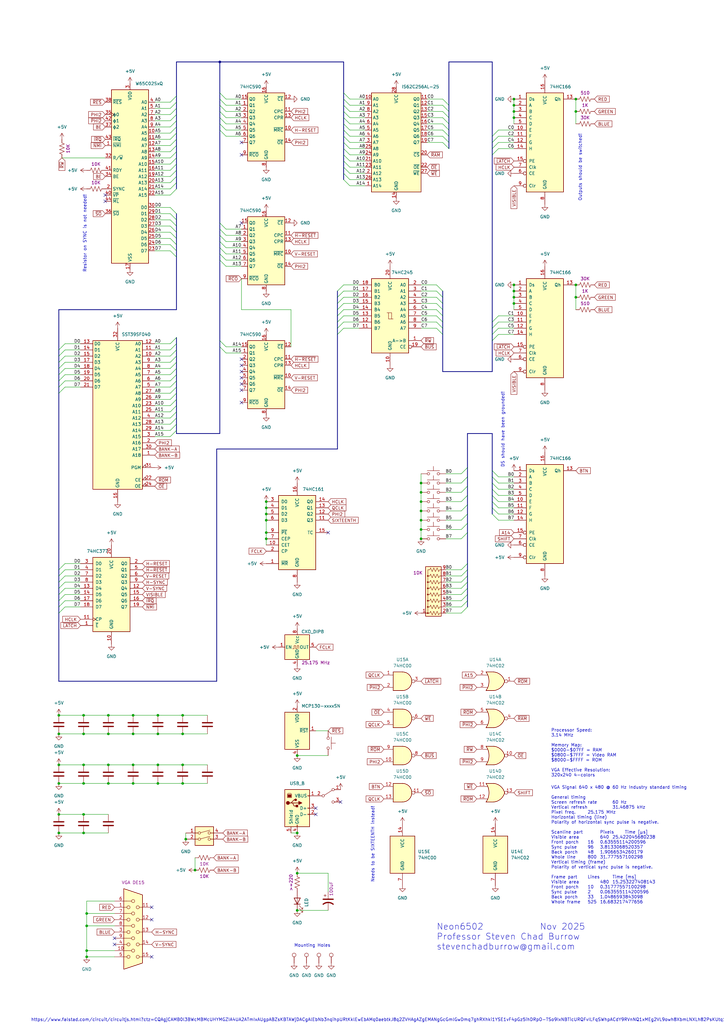
<source format=kicad_sch>
(kicad_sch (version 20230121) (generator eeschema)
  (paper "A3" portrait)
  (junction (at 210.82 119.38))
  (junction (at 80.01 356.87))
  (junction (at 34.29 293.37))
  (junction (at 109.22 213.36))
  (junction (at 44.45 321.31))
  (junction (at 54.61 321.31))
  (junction (at 54.61 313.69))
  (junction (at 210.82 45.72))
  (junction (at 64.77 313.69))
  (junction (at 34.29 300.99))
  (junction (at 172.72 209.55))
  (junction (at 210.82 43.18))
  (junction (at 54.61 293.37))
  (junction (at 172.72 201.93))
  (junction (at 74.93 321.31))
  (junction (at 34.29 341.63))
  (junction (at 121.92 358.14))
  (junction (at 24.13 334.01))
  (junction (at 34.29 334.01))
  (junction (at 54.61 300.99))
  (junction (at 44.45 313.69))
  (junction (at 24.13 313.69))
  (junction (at 90.17 25.4))
  (junction (at 109.22 210.82))
  (junction (at 210.82 116.84))
  (junction (at 236.22 40.64))
  (junction (at 35.56 389.89))
  (junction (at 172.72 220.98))
  (junction (at 34.29 321.31))
  (junction (at 210.82 48.26))
  (junction (at 24.13 341.63))
  (junction (at 172.72 205.74))
  (junction (at 64.77 293.37))
  (junction (at 109.22 205.74))
  (junction (at 35.56 392.43))
  (junction (at 210.82 40.64))
  (junction (at 109.22 218.44))
  (junction (at 236.22 121.92))
  (junction (at 64.77 300.99))
  (junction (at 109.22 220.98))
  (junction (at 172.72 217.17))
  (junction (at 24.13 300.99))
  (junction (at 121.92 373.38))
  (junction (at 210.82 124.46))
  (junction (at 35.56 379.73))
  (junction (at 24.13 321.31))
  (junction (at 44.45 293.37))
  (junction (at 210.82 121.92))
  (junction (at 24.13 293.37))
  (junction (at 236.22 116.84))
  (junction (at 109.22 208.28))
  (junction (at 64.77 321.31))
  (junction (at 121.92 341.63))
  (junction (at 74.93 293.37))
  (junction (at 74.93 313.69))
  (junction (at 44.45 300.99))
  (junction (at 74.93 300.99))
  (junction (at 34.29 313.69))
  (junction (at 121.92 309.88))
  (junction (at 172.72 213.36))
  (junction (at 76.2 344.17))
  (junction (at 172.72 198.12))
  (junction (at 35.56 374.65))
  (junction (at 236.22 45.72))
  (no_connect (at 129.54 334.01))
  (no_connect (at 43.18 80.01))
  (no_connect (at 134.62 218.44))
  (no_connect (at 99.06 154.94))
  (no_connect (at 43.18 82.55))
  (no_connect (at 46.99 387.35))
  (no_connect (at 99.06 157.48))
  (no_connect (at 62.23 377.19))
  (no_connect (at 99.06 149.86))
  (no_connect (at 99.06 58.42))
  (no_connect (at 99.06 165.1))
  (no_connect (at 99.06 160.02))
  (no_connect (at 139.7 328.93))
  (no_connect (at 99.06 147.32))
  (no_connect (at 99.06 91.44))
  (no_connect (at 62.23 372.11))
  (no_connect (at 46.99 384.81))
  (no_connect (at 99.06 152.4))
  (no_connect (at 99.06 63.5))
  (no_connect (at 62.23 392.43))
  (no_connect (at 129.54 331.47))
  (bus_entry (at 69.85 179.07) (size 2.54 -2.54))
  (bus_entry (at 92.71 53.34) (size -2.54 -2.54))
  (bus_entry (at 179.07 124.46) (size 2.54 2.54))
  (bus_entry (at 179.07 116.84) (size 2.54 2.54))
  (bus_entry (at 201.93 200.66) (size 2.54 2.54))
  (bus_entry (at 69.85 143.51) (size 2.54 -2.54))
  (bus_entry (at 69.85 166.37) (size 2.54 -2.54))
  (bus_entry (at 26.67 148.59) (size -2.54 2.54))
  (bus_entry (at 143.51 63.5) (size -2.54 -2.54))
  (bus_entry (at 69.85 62.23) (size 2.54 -2.54))
  (bus_entry (at 189.23 220.98) (size 2.54 -2.54))
  (bus_entry (at 69.85 146.05) (size 2.54 -2.54))
  (bus_entry (at 90.17 139.7) (size 2.54 2.54))
  (bus_entry (at 189.23 213.36) (size 2.54 -2.54))
  (bus_entry (at 69.85 41.91) (size 2.54 -2.54))
  (bus_entry (at 201.93 134.62) (size 2.54 -2.54))
  (bus_entry (at 92.71 40.64) (size -2.54 -2.54))
  (bus_entry (at 69.85 163.83) (size 2.54 -2.54))
  (bus_entry (at 69.85 64.77) (size 2.54 -2.54))
  (bus_entry (at 140.97 134.62) (size -2.54 2.54))
  (bus_entry (at 69.85 173.99) (size 2.54 -2.54))
  (bus_entry (at 26.67 151.13) (size -2.54 2.54))
  (bus_entry (at 181.61 55.88) (size 2.54 2.54))
  (bus_entry (at 69.85 97.79) (size 2.54 2.54))
  (bus_entry (at 140.97 116.84) (size -2.54 2.54))
  (bus_entry (at 26.67 233.68) (size -2.54 2.54))
  (bus_entry (at 92.71 109.22) (size -2.54 -2.54))
  (bus_entry (at 179.07 134.62) (size 2.54 2.54))
  (bus_entry (at 69.85 148.59) (size 2.54 -2.54))
  (bus_entry (at 69.85 171.45) (size 2.54 -2.54))
  (bus_entry (at 69.85 57.15) (size 2.54 -2.54))
  (bus_entry (at 201.93 205.74) (size 2.54 2.54))
  (bus_entry (at 179.07 132.08) (size 2.54 2.54))
  (bus_entry (at 191.77 238.76) (size -2.54 2.54))
  (bus_entry (at 92.71 101.6) (size -2.54 -2.54))
  (bus_entry (at 69.85 54.61) (size 2.54 -2.54))
  (bus_entry (at 189.23 198.12) (size 2.54 -2.54))
  (bus_entry (at 143.51 40.64) (size -2.54 -2.54))
  (bus_entry (at 26.67 238.76) (size -2.54 2.54))
  (bus_entry (at 140.97 119.38) (size -2.54 2.54))
  (bus_entry (at 140.97 124.46) (size -2.54 2.54))
  (bus_entry (at 201.93 55.88) (size 2.54 -2.54))
  (bus_entry (at 69.85 44.45) (size 2.54 -2.54))
  (bus_entry (at 69.85 158.75) (size 2.54 -2.54))
  (bus_entry (at 181.61 50.8) (size 2.54 2.54))
  (bus_entry (at 69.85 87.63) (size 2.54 2.54))
  (bus_entry (at 143.51 71.12) (size -2.54 -2.54))
  (bus_entry (at 92.71 104.14) (size -2.54 -2.54))
  (bus_entry (at 191.77 246.38) (size -2.54 2.54))
  (bus_entry (at 143.51 60.96) (size -2.54 -2.54))
  (bus_entry (at 26.67 246.38) (size -2.54 2.54))
  (bus_entry (at 179.07 121.92) (size 2.54 2.54))
  (bus_entry (at 69.85 52.07) (size 2.54 -2.54))
  (bus_entry (at 69.85 80.01) (size 2.54 -2.54))
  (bus_entry (at 191.77 248.92) (size -2.54 2.54))
  (bus_entry (at 143.51 55.88) (size -2.54 -2.54))
  (bus_entry (at 181.61 53.34) (size 2.54 2.54))
  (bus_entry (at 143.51 76.2) (size -2.54 -2.54))
  (bus_entry (at 26.67 143.51) (size -2.54 2.54))
  (bus_entry (at 181.61 45.72) (size 2.54 2.54))
  (bus_entry (at 140.97 121.92) (size -2.54 2.54))
  (bus_entry (at 69.85 59.69) (size 2.54 -2.54))
  (bus_entry (at 143.51 66.04) (size -2.54 -2.54))
  (bus_entry (at 140.97 129.54) (size -2.54 2.54))
  (bus_entry (at 191.77 231.14) (size -2.54 2.54))
  (bus_entry (at 69.85 156.21) (size 2.54 -2.54))
  (bus_entry (at 26.67 146.05) (size -2.54 2.54))
  (bus_entry (at 69.85 102.87) (size 2.54 2.54))
  (bus_entry (at 189.23 205.74) (size 2.54 -2.54))
  (bus_entry (at 69.85 90.17) (size 2.54 2.54))
  (bus_entry (at 69.85 67.31) (size 2.54 -2.54))
  (bus_entry (at 69.85 161.29) (size 2.54 -2.54))
  (bus_entry (at 92.71 144.78) (size -2.54 -2.54))
  (bus_entry (at 69.85 92.71) (size 2.54 2.54))
  (bus_entry (at 69.85 46.99) (size 2.54 -2.54))
  (bus_entry (at 92.71 99.06) (size -2.54 -2.54))
  (bus_entry (at 201.93 137.16) (size 2.54 -2.54))
  (bus_entry (at 201.93 208.28) (size 2.54 2.54))
  (bus_entry (at 140.97 127) (size -2.54 2.54))
  (bus_entry (at 92.71 55.88) (size -2.54 -2.54))
  (bus_entry (at 26.67 236.22) (size -2.54 2.54))
  (bus_entry (at 69.85 77.47) (size 2.54 -2.54))
  (bus_entry (at 92.71 93.98) (size -2.54 -2.54))
  (bus_entry (at 181.61 40.64) (size 2.54 2.54))
  (bus_entry (at 26.67 140.97) (size -2.54 2.54))
  (bus_entry (at 201.93 210.82) (size 2.54 2.54))
  (bus_entry (at 92.71 45.72) (size -2.54 -2.54))
  (bus_entry (at 26.67 241.3) (size -2.54 2.54))
  (bus_entry (at 143.51 73.66) (size -2.54 -2.54))
  (bus_entry (at 201.93 198.12) (size 2.54 2.54))
  (bus_entry (at 181.61 48.26) (size 2.54 2.54))
  (bus_entry (at 143.51 58.42) (size -2.54 -2.54))
  (bus_entry (at 201.93 193.04) (size 2.54 2.54))
  (bus_entry (at 26.67 243.84) (size -2.54 2.54))
  (bus_entry (at 191.77 241.3) (size -2.54 2.54))
  (bus_entry (at 179.07 127) (size 2.54 2.54))
  (bus_entry (at 69.85 85.09) (size 2.54 2.54))
  (bus_entry (at 191.77 233.68) (size -2.54 2.54))
  (bus_entry (at 69.85 140.97) (size 2.54 -2.54))
  (bus_entry (at 189.23 209.55) (size 2.54 -2.54))
  (bus_entry (at 201.93 63.5) (size 2.54 -2.54))
  (bus_entry (at 143.51 68.58) (size -2.54 -2.54))
  (bus_entry (at 143.51 50.8) (size -2.54 -2.54))
  (bus_entry (at 143.51 45.72) (size -2.54 -2.54))
  (bus_entry (at 189.23 217.17) (size 2.54 -2.54))
  (bus_entry (at 26.67 153.67) (size -2.54 2.54))
  (bus_entry (at 26.67 156.21) (size -2.54 2.54))
  (bus_entry (at 92.71 96.52) (size -2.54 -2.54))
  (bus_entry (at 92.71 48.26) (size -2.54 -2.54))
  (bus_entry (at 179.07 119.38) (size 2.54 2.54))
  (bus_entry (at 201.93 58.42) (size 2.54 -2.54))
  (bus_entry (at 181.61 43.18) (size 2.54 2.54))
  (bus_entry (at 179.07 129.54) (size 2.54 2.54))
  (bus_entry (at 189.23 201.93) (size 2.54 -2.54))
  (bus_entry (at 69.85 176.53) (size 2.54 -2.54))
  (bus_entry (at 69.85 153.67) (size 2.54 -2.54))
  (bus_entry (at 201.93 203.2) (size 2.54 2.54))
  (bus_entry (at 191.77 243.84) (size -2.54 2.54))
  (bus_entry (at 92.71 43.18) (size -2.54 -2.54))
  (bus_entry (at 69.85 74.93) (size 2.54 -2.54))
  (bus_entry (at 69.85 95.25) (size 2.54 2.54))
  (bus_entry (at 201.93 139.7) (size 2.54 -2.54))
  (bus_entry (at 92.71 50.8) (size -2.54 -2.54))
  (bus_entry (at 191.77 236.22) (size -2.54 2.54))
  (bus_entry (at 143.51 53.34) (size -2.54 -2.54))
  (bus_entry (at 189.23 194.31) (size 2.54 -2.54))
  (bus_entry (at 26.67 158.75) (size -2.54 2.54))
  (bus_entry (at 69.85 49.53) (size 2.54 -2.54))
  (bus_entry (at 69.85 100.33) (size 2.54 2.54))
  (bus_entry (at 140.97 132.08) (size -2.54 2.54))
  (bus_entry (at 69.85 151.13) (size 2.54 -2.54))
  (bus_entry (at 201.93 60.96) (size 2.54 -2.54))
  (bus_entry (at 92.71 106.68) (size -2.54 -2.54))
  (bus_entry (at 69.85 168.91) (size 2.54 -2.54))
  (bus_entry (at 26.67 248.92) (size -2.54 2.54))
  (bus_entry (at 69.85 69.85) (size 2.54 -2.54))
  (bus_entry (at 143.51 43.18) (size -2.54 -2.54))
  (bus_entry (at 181.61 58.42) (size 2.54 2.54))
  (bus_entry (at 201.93 132.08) (size 2.54 -2.54))
  (bus_entry (at 69.85 72.39) (size 2.54 -2.54))
  (bus_entry (at 143.51 48.26) (size -2.54 -2.54))
  (bus_entry (at 201.93 195.58) (size 2.54 2.54))
  (bus_entry (at 26.67 231.14) (size -2.54 2.54))
  (bus (pts (xy 90.17 25.4) (xy 140.97 25.4)))
  (bus (pts (xy 24.13 143.51) (xy 24.13 127)))
  (bus (pts (xy 72.39 177.8) (xy 90.17 177.8)))
  (bus (pts (xy 72.39 72.39) (xy 72.39 69.85)))
  (wire (pts (xy 172.72 134.62) (xy 179.07 134.62)))
  (wire (pts (xy 149.86 45.72) (xy 143.51 45.72)))
  (wire (pts (xy 63.5 153.67) (xy 69.85 153.67)))
  (wire (pts (xy 172.72 213.36) (xy 172.72 209.55)))
  (wire (pts (xy 134.62 358.14) (xy 134.62 365.76)))
  (wire (pts (xy 33.02 233.68) (xy 26.67 233.68)))
  (wire (pts (xy 172.72 132.08) (xy 179.07 132.08)))
  (wire (pts (xy 38.1 457.2) (xy 38.1 455.93)))
  (bus (pts (xy 24.13 238.76) (xy 24.13 241.3)))
  (bus (pts (xy 90.17 104.14) (xy 90.17 106.68)))
  (wire (pts (xy 63.5 494.03) (xy 139.7 494.03)))
  (wire (pts (xy 109.22 213.36) (xy 109.22 218.44)))
  (bus (pts (xy 72.39 127) (xy 72.39 105.41)))
  (wire (pts (xy 147.32 116.84) (xy 140.97 116.84)))
  (wire (pts (xy 189.23 217.17) (xy 182.88 217.17)))
  (bus (pts (xy 90.17 48.26) (xy 90.17 50.8)))
  (wire (pts (xy 85.09 321.31) (xy 74.93 321.31)))
  (wire (pts (xy 54.61 300.99) (xy 44.45 300.99)))
  (bus (pts (xy 24.13 248.92) (xy 24.13 251.46)))
  (bus (pts (xy 72.39 64.77) (xy 72.39 62.23)))
  (wire (pts (xy 33.02 246.38) (xy 26.67 246.38)))
  (wire (pts (xy 175.26 45.72) (xy 181.61 45.72)))
  (wire (pts (xy 101.6 443.23) (xy 114.3 443.23)))
  (wire (pts (xy 63.5 97.79) (xy 69.85 97.79)))
  (wire (pts (xy 35.56 379.73) (xy 35.56 374.65)))
  (bus (pts (xy 72.39 52.07) (xy 72.39 49.53)))
  (wire (pts (xy 172.72 209.55) (xy 172.72 205.74)))
  (bus (pts (xy 90.17 53.34) (xy 90.17 91.44)))
  (wire (pts (xy 204.47 53.34) (xy 210.82 53.34)))
  (wire (pts (xy 33.02 140.97) (xy 26.67 140.97)))
  (wire (pts (xy 149.86 43.18) (xy 143.51 43.18)))
  (wire (pts (xy 63.5 469.9) (xy 63.5 468.63)))
  (wire (pts (xy 63.5 90.17) (xy 69.85 90.17)))
  (bus (pts (xy 201.93 205.74) (xy 201.93 208.28)))
  (wire (pts (xy 109.22 210.82) (xy 109.22 213.36)))
  (wire (pts (xy 204.47 55.88) (xy 210.82 55.88)))
  (wire (pts (xy 99.06 96.52) (xy 92.71 96.52)))
  (wire (pts (xy 139.7 495.3) (xy 139.7 494.03)))
  (wire (pts (xy 236.22 45.72) (xy 236.22 50.8)))
  (bus (pts (xy 140.97 45.72) (xy 140.97 43.18)))
  (bus (pts (xy 24.13 146.05) (xy 24.13 148.59)))
  (wire (pts (xy 114.3 506.73) (xy 114.3 508)))
  (wire (pts (xy 149.86 55.88) (xy 143.51 55.88)))
  (bus (pts (xy 90.17 139.7) (xy 90.17 142.24)))
  (wire (pts (xy 54.61 293.37) (xy 64.77 293.37)))
  (bus (pts (xy 191.77 218.44) (xy 191.77 231.14)))
  (bus (pts (xy 90.17 106.68) (xy 90.17 139.7)))
  (wire (pts (xy 35.56 369.57) (xy 46.99 369.57)))
  (wire (pts (xy 63.5 455.93) (xy 63.5 457.2)))
  (bus (pts (xy 181.61 124.46) (xy 181.61 127)))
  (wire (pts (xy 189.23 251.46) (xy 182.88 251.46)))
  (wire (pts (xy 236.22 116.84) (xy 236.22 121.92)))
  (bus (pts (xy 24.13 161.29) (xy 24.13 233.68)))
  (wire (pts (xy 63.5 457.2) (xy 88.9 457.2)))
  (bus (pts (xy 140.97 68.58) (xy 140.97 66.04)))
  (wire (pts (xy 203.2 443.23) (xy 215.9 443.23)))
  (wire (pts (xy 63.5 173.99) (xy 69.85 173.99)))
  (bus (pts (xy 24.13 233.68) (xy 24.13 236.22)))
  (bus (pts (xy 138.43 132.08) (xy 138.43 134.62)))
  (wire (pts (xy 204.47 60.96) (xy 210.82 60.96)))
  (wire (pts (xy 92.71 43.18) (xy 99.06 43.18)))
  (wire (pts (xy 63.5 41.91) (xy 69.85 41.91)))
  (wire (pts (xy 33.02 238.76) (xy 26.67 238.76)))
  (wire (pts (xy 127 443.23) (xy 139.7 443.23)))
  (wire (pts (xy 121.92 309.88) (xy 134.62 309.88)))
  (wire (pts (xy 33.02 156.21) (xy 26.67 156.21)))
  (bus (pts (xy 138.43 134.62) (xy 138.43 137.16)))
  (wire (pts (xy 204.47 134.62) (xy 210.82 134.62)))
  (bus (pts (xy 201.93 55.88) (xy 201.93 58.42)))
  (wire (pts (xy 114.3 482.6) (xy 114.3 481.33)))
  (wire (pts (xy 92.71 48.26) (xy 99.06 48.26)))
  (wire (pts (xy 121.92 373.38) (xy 134.62 373.38)))
  (wire (pts (xy 114.3 469.9) (xy 165.1 469.9)))
  (wire (pts (xy 172.72 127) (xy 179.07 127)))
  (wire (pts (xy 12.7 481.33) (xy 63.5 481.33)))
  (wire (pts (xy 189.23 198.12) (xy 182.88 198.12)))
  (bus (pts (xy 191.77 177.8) (xy 201.93 177.8)))
  (wire (pts (xy 63.5 74.93) (xy 69.85 74.93)))
  (wire (pts (xy 114.3 457.2) (xy 139.7 457.2)))
  (wire (pts (xy 147.32 121.92) (xy 140.97 121.92)))
  (wire (pts (xy 189.23 194.31) (xy 182.88 194.31)))
  (wire (pts (xy 139.7 457.2) (xy 139.7 455.93)))
  (wire (pts (xy 63.5 62.23) (xy 69.85 62.23)))
  (wire (pts (xy 63.5 482.6) (xy 114.3 482.6)))
  (bus (pts (xy 72.39 25.4) (xy 90.17 25.4)))
  (wire (pts (xy 189.23 246.38) (xy 182.88 246.38)))
  (wire (pts (xy 24.13 313.69) (xy 34.29 313.69)))
  (wire (pts (xy 33.02 158.75) (xy 26.67 158.75)))
  (bus (pts (xy 201.93 132.08) (xy 201.93 134.62)))
  (bus (pts (xy 138.43 124.46) (xy 138.43 127)))
  (wire (pts (xy 119.38 127) (xy 119.38 142.24)))
  (wire (pts (xy 215.9 455.93) (xy 215.9 457.2)))
  (wire (pts (xy 63.5 161.29) (xy 69.85 161.29)))
  (wire (pts (xy 215.9 506.73) (xy 215.9 508)))
  (wire (pts (xy 63.5 444.5) (xy 76.2 444.5)))
  (wire (pts (xy 12.7 482.6) (xy 12.7 481.33)))
  (wire (pts (xy 74.93 321.31) (xy 64.77 321.31)))
  (wire (pts (xy 149.86 71.12) (xy 143.51 71.12)))
  (bus (pts (xy 191.77 236.22) (xy 191.77 238.76)))
  (wire (pts (xy 190.5 444.5) (xy 203.2 444.5)))
  (wire (pts (xy 189.23 236.22) (xy 182.88 236.22)))
  (wire (pts (xy 149.86 40.64) (xy 143.51 40.64)))
  (bus (pts (xy 191.77 191.77) (xy 191.77 177.8)))
  (bus (pts (xy 72.39 25.4) (xy 72.39 39.37)))
  (wire (pts (xy 63.5 46.99) (xy 69.85 46.99)))
  (bus (pts (xy 90.17 142.24) (xy 90.17 177.8)))
  (bus (pts (xy 72.39 148.59) (xy 72.39 146.05)))
  (bus (pts (xy 140.97 63.5) (xy 140.97 60.96)))
  (bus (pts (xy 201.93 200.66) (xy 201.93 203.2)))
  (wire (pts (xy 210.82 45.72) (xy 210.82 48.26)))
  (wire (pts (xy 12.7 444.5) (xy 25.4 444.5)))
  (wire (pts (xy 54.61 321.31) (xy 44.45 321.31)))
  (bus (pts (xy 201.93 60.96) (xy 201.93 63.5)))
  (bus (pts (xy 72.39 97.79) (xy 72.39 100.33)))
  (wire (pts (xy 64.77 293.37) (xy 74.93 293.37)))
  (bus (pts (xy 72.39 166.37) (xy 72.39 163.83)))
  (bus (pts (xy 72.39 74.93) (xy 72.39 72.39)))
  (bus (pts (xy 24.13 158.75) (xy 24.13 161.29)))
  (wire (pts (xy 204.47 195.58) (xy 210.82 195.58)))
  (wire (pts (xy 165.1 482.6) (xy 215.9 482.6)))
  (wire (pts (xy 63.5 67.31) (xy 69.85 67.31)))
  (bus (pts (xy 72.39 168.91) (xy 72.39 166.37)))
  (bus (pts (xy 90.17 99.06) (xy 90.17 96.52)))
  (bus (pts (xy 24.13 251.46) (xy 24.13 279.4)))
  (wire (pts (xy 74.93 293.37) (xy 85.09 293.37)))
  (bus (pts (xy 90.17 91.44) (xy 90.17 93.98)))
  (wire (pts (xy 63.5 443.23) (xy 63.5 444.5)))
  (bus (pts (xy 181.61 119.38) (xy 181.61 121.92)))
  (bus (pts (xy 88.9 184.15) (xy 88.9 279.4)))
  (bus (pts (xy 201.93 195.58) (xy 201.93 198.12)))
  (wire (pts (xy 189.23 205.74) (xy 182.88 205.74)))
  (wire (pts (xy 139.7 443.23) (xy 139.7 444.5)))
  (wire (pts (xy 149.86 58.42) (xy 143.51 58.42)))
  (wire (pts (xy 63.5 52.07) (xy 69.85 52.07)))
  (wire (pts (xy 63.5 85.09) (xy 69.85 85.09)))
  (wire (pts (xy 204.47 205.74) (xy 210.82 205.74)))
  (wire (pts (xy 85.09 300.99) (xy 74.93 300.99)))
  (bus (pts (xy 24.13 156.21) (xy 24.13 158.75)))
  (wire (pts (xy 25.4 443.23) (xy 38.1 443.23)))
  (bus (pts (xy 72.39 49.53) (xy 72.39 46.99)))
  (wire (pts (xy 152.4 443.23) (xy 165.1 443.23)))
  (wire (pts (xy 172.72 129.54) (xy 179.07 129.54)))
  (wire (pts (xy 92.71 45.72) (xy 99.06 45.72)))
  (bus (pts (xy 201.93 134.62) (xy 201.93 137.16)))
  (wire (pts (xy 172.72 201.93) (xy 172.72 198.12)))
  (wire (pts (xy 63.5 146.05) (xy 69.85 146.05)))
  (wire (pts (xy 92.71 50.8) (xy 99.06 50.8)))
  (wire (pts (xy 149.86 73.66) (xy 143.51 73.66)))
  (wire (pts (xy 63.5 156.21) (xy 69.85 156.21)))
  (bus (pts (xy 184.15 45.72) (xy 184.15 48.26)))
  (bus (pts (xy 90.17 40.64) (xy 90.17 43.18)))
  (wire (pts (xy 149.86 53.34) (xy 143.51 53.34)))
  (bus (pts (xy 72.39 153.67) (xy 72.39 151.13)))
  (bus (pts (xy 24.13 236.22) (xy 24.13 238.76)))
  (wire (pts (xy 109.22 208.28) (xy 109.22 210.82)))
  (wire (pts (xy 210.82 121.92) (xy 210.82 119.38)))
  (wire (pts (xy 215.9 443.23) (xy 215.9 444.5)))
  (wire (pts (xy 165.1 481.33) (xy 165.1 482.6)))
  (bus (pts (xy 140.97 55.88) (xy 140.97 53.34)))
  (bus (pts (xy 184.15 55.88) (xy 184.15 58.42)))
  (wire (pts (xy 12.7 457.2) (xy 38.1 457.2)))
  (wire (pts (xy 63.5 87.63) (xy 69.85 87.63)))
  (bus (pts (xy 201.93 152.4) (xy 201.93 139.7)))
  (wire (pts (xy 189.23 238.76) (xy 182.88 238.76)))
  (wire (pts (xy 63.5 176.53) (xy 69.85 176.53)))
  (wire (pts (xy 149.86 66.04) (xy 143.51 66.04)))
  (bus (pts (xy 184.15 43.18) (xy 184.15 45.72)))
  (wire (pts (xy 204.47 132.08) (xy 210.82 132.08)))
  (wire (pts (xy 139.7 455.93) (xy 165.1 455.93)))
  (wire (pts (xy 147.32 127) (xy 140.97 127)))
  (wire (pts (xy 165.1 444.5) (xy 177.8 444.5)))
  (bus (pts (xy 72.39 173.99) (xy 72.39 171.45)))
  (wire (pts (xy 34.29 334.01) (xy 44.45 334.01)))
  (wire (pts (xy 24.13 341.63) (xy 34.29 341.63)))
  (wire (pts (xy 210.82 127) (xy 210.82 124.46)))
  (wire (pts (xy 165.1 468.63) (xy 215.9 468.63)))
  (wire (pts (xy 203.2 444.5) (xy 203.2 443.23)))
  (wire (pts (xy 92.71 53.34) (xy 99.06 53.34)))
  (wire (pts (xy 190.5 455.93) (xy 215.9 455.93)))
  (wire (pts (xy 189.23 248.92) (xy 182.88 248.92)))
  (wire (pts (xy 114.3 468.63) (xy 114.3 469.9)))
  (bus (pts (xy 72.39 92.71) (xy 72.39 95.25)))
  (wire (pts (xy 63.5 481.33) (xy 63.5 482.6)))
  (bus (pts (xy 140.97 43.18) (xy 140.97 40.64)))
  (wire (pts (xy 76.2 344.17) (xy 76.2 341.63)))
  (bus (pts (xy 90.17 45.72) (xy 90.17 48.26)))
  (bus (pts (xy 72.39 171.45) (xy 72.39 168.91)))
  (wire (pts (xy 215.9 519.43) (xy 215.9 520.7)))
  (wire (pts (xy 175.26 53.34) (xy 181.61 53.34)))
  (bus (pts (xy 72.39 67.31) (xy 72.39 64.77)))
  (bus (pts (xy 140.97 53.34) (xy 140.97 50.8)))
  (wire (pts (xy 99.06 109.22) (xy 92.71 109.22)))
  (wire (pts (xy 109.22 218.44) (xy 109.22 220.98)))
  (wire (pts (xy 175.26 48.26) (xy 181.61 48.26)))
  (bus (pts (xy 191.77 231.14) (xy 191.77 233.68)))
  (wire (pts (xy 99.06 127) (xy 119.38 127)))
  (wire (pts (xy 63.5 92.71) (xy 69.85 92.71)))
  (bus (pts (xy 138.43 137.16) (xy 138.43 184.15)))
  (wire (pts (xy 38.1 495.3) (xy 63.5 495.3)))
  (wire (pts (xy 149.86 68.58) (xy 143.51 68.58)))
  (wire (pts (xy 24.13 300.99) (xy 34.29 300.99)))
  (bus (pts (xy 201.93 63.5) (xy 201.93 132.08)))
  (bus (pts (xy 181.61 121.92) (xy 181.61 124.46)))
  (wire (pts (xy 63.5 151.13) (xy 69.85 151.13)))
  (bus (pts (xy 72.39 77.47) (xy 72.39 74.93)))
  (wire (pts (xy 63.5 95.25) (xy 69.85 95.25)))
  (bus (pts (xy 72.39 69.85) (xy 72.39 67.31)))
  (wire (pts (xy 35.56 379.73) (xy 46.99 379.73)))
  (wire (pts (xy 64.77 321.31) (xy 54.61 321.31)))
  (wire (pts (xy 204.47 198.12) (xy 210.82 198.12)))
  (wire (pts (xy 24.13 293.37) (xy 34.29 293.37)))
  (bus (pts (xy 72.39 151.13) (xy 72.39 148.59)))
  (bus (pts (xy 201.93 25.4) (xy 201.93 55.88)))
  (bus (pts (xy 201.93 177.8) (xy 201.93 193.04)))
  (bus (pts (xy 181.61 129.54) (xy 181.61 132.08)))
  (wire (pts (xy 204.47 203.2) (xy 210.82 203.2)))
  (wire (pts (xy 114.3 443.23) (xy 114.3 444.5)))
  (wire (pts (xy 236.22 121.92) (xy 236.22 127)))
  (wire (pts (xy 63.5 468.63) (xy 114.3 468.63)))
  (bus (pts (xy 90.17 96.52) (xy 90.17 93.98)))
  (wire (pts (xy 147.32 134.62) (xy 140.97 134.62)))
  (wire (pts (xy 50.8 443.23) (xy 63.5 443.23)))
  (bus (pts (xy 184.15 53.34) (xy 184.15 55.88)))
  (wire (pts (xy 210.82 119.38) (xy 210.82 116.84)))
  (bus (pts (xy 72.39 161.29) (xy 72.39 158.75)))
  (wire (pts (xy 34.29 300.99) (xy 44.45 300.99)))
  (wire (pts (xy 63.5 140.97) (xy 69.85 140.97)))
  (bus (pts (xy 90.17 25.4) (xy 90.17 38.1)))
  (bus (pts (xy 90.17 43.18) (xy 90.17 45.72)))
  (wire (pts (xy 215.9 532.13) (xy 215.9 533.4)))
  (wire (pts (xy 101.6 444.5) (xy 101.6 443.23)))
  (bus (pts (xy 72.39 44.45) (xy 72.39 41.91)))
  (wire (pts (xy 149.86 48.26) (xy 143.51 48.26)))
  (wire (pts (xy 172.72 119.38) (xy 179.07 119.38)))
  (bus (pts (xy 72.39 54.61) (xy 72.39 52.07)))
  (wire (pts (xy 190.5 457.2) (xy 190.5 455.93)))
  (wire (pts (xy 204.47 129.54) (xy 210.82 129.54)))
  (wire (pts (xy 38.1 444.5) (xy 50.8 444.5)))
  (bus (pts (xy 138.43 127) (xy 138.43 129.54)))
  (wire (pts (xy 127 444.5) (xy 127 443.23)))
  (wire (pts (xy 34.29 293.37) (xy 44.45 293.37)))
  (wire (pts (xy 99.06 99.06) (xy 92.71 99.06)))
  (bus (pts (xy 90.17 101.6) (xy 90.17 99.06)))
  (bus (pts (xy 72.39 87.63) (xy 72.39 90.17)))
  (wire (pts (xy 236.22 40.64) (xy 236.22 45.72)))
  (wire (pts (xy 35.56 392.43) (xy 46.99 392.43)))
  (wire (pts (xy 121.92 358.14) (xy 134.62 358.14)))
  (bus (pts (xy 184.15 48.26) (xy 184.15 50.8)))
  (wire (pts (xy 35.56 374.65) (xy 46.99 374.65)))
  (bus (pts (xy 191.77 199.39) (xy 191.77 203.2)))
  (wire (pts (xy 63.5 148.59) (xy 69.85 148.59)))
  (wire (pts (xy 63.5 179.07) (xy 69.85 179.07)))
  (wire (pts (xy 25.4 444.5) (xy 25.4 443.23)))
  (wire (pts (xy 35.56 374.65) (xy 35.56 369.57)))
  (wire (pts (xy 33.02 231.14) (xy 26.67 231.14)))
  (bus (pts (xy 181.61 132.08) (xy 181.61 134.62)))
  (bus (pts (xy 72.39 146.05) (xy 72.39 143.51)))
  (wire (pts (xy 12.7 494.03) (xy 38.1 494.03)))
  (wire (pts (xy 215.9 468.63) (xy 215.9 469.9)))
  (wire (pts (xy 172.72 217.17) (xy 172.72 213.36)))
  (wire (pts (xy 165.1 520.7) (xy 165.1 519.43)))
  (wire (pts (xy 175.26 55.88) (xy 181.61 55.88)))
  (bus (pts (xy 72.39 176.53) (xy 72.39 173.99)))
  (wire (pts (xy 54.61 313.69) (xy 64.77 313.69)))
  (bus (pts (xy 201.93 137.16) (xy 201.93 139.7)))
  (bus (pts (xy 72.39 62.23) (xy 72.39 59.69)))
  (wire (pts (xy 64.77 313.69) (xy 74.93 313.69)))
  (bus (pts (xy 72.39 100.33) (xy 72.39 102.87)))
  (bus (pts (xy 201.93 198.12) (xy 201.93 200.66)))
  (wire (pts (xy 63.5 54.61) (xy 69.85 54.61)))
  (wire (pts (xy 109.22 220.98) (xy 109.22 223.52)))
  (wire (pts (xy 38.1 455.93) (xy 63.5 455.93)))
  (bus (pts (xy 181.61 127) (xy 181.61 129.54)))
  (wire (pts (xy 63.5 166.37) (xy 69.85 166.37)))
  (wire (pts (xy 25.4 64.77) (xy 43.18 64.77)))
  (bus (pts (xy 138.43 119.38) (xy 138.43 121.92)))
  (bus (pts (xy 24.13 241.3) (xy 24.13 243.84)))
  (wire (pts (xy 76.2 444.5) (xy 76.2 443.23)))
  (bus (pts (xy 90.17 50.8) (xy 90.17 53.34)))
  (bus (pts (xy 72.39 90.17) (xy 72.39 92.71)))
  (bus (pts (xy 191.77 238.76) (xy 191.77 241.3)))
  (wire (pts (xy 114.3 444.5) (xy 127 444.5)))
  (wire (pts (xy 33.02 248.92) (xy 26.67 248.92)))
  (wire (pts (xy 44.45 313.69) (xy 54.61 313.69)))
  (wire (pts (xy 152.4 444.5) (xy 152.4 443.23)))
  (bus (pts (xy 24.13 148.59) (xy 24.13 151.13)))
  (wire (pts (xy 44.45 293.37) (xy 54.61 293.37)))
  (bus (pts (xy 140.97 66.04) (xy 140.97 63.5)))
  (bus (pts (xy 181.61 134.62) (xy 181.61 137.16)))
  (bus (pts (xy 191.77 195.58) (xy 191.77 199.39)))
  (wire (pts (xy 34.29 321.31) (xy 44.45 321.31)))
  (wire (pts (xy 33.02 146.05) (xy 26.67 146.05)))
  (wire (pts (xy 12.7 506.73) (xy 114.3 506.73)))
  (wire (pts (xy 63.5 72.39) (xy 69.85 72.39)))
  (bus (pts (xy 140.97 60.96) (xy 140.97 58.42)))
  (bus (pts (xy 24.13 279.4) (xy 88.9 279.4)))
  (wire (pts (xy 147.32 129.54) (xy 140.97 129.54)))
  (wire (pts (xy 63.5 158.75) (xy 69.85 158.75)))
  (wire (pts (xy 149.86 60.96) (xy 143.51 60.96)))
  (bus (pts (xy 184.15 50.8) (xy 184.15 53.34)))
  (bus (pts (xy 72.39 57.15) (xy 72.39 54.61)))
  (bus (pts (xy 184.15 25.4) (xy 201.93 25.4)))
  (wire (pts (xy 172.72 121.92) (xy 179.07 121.92)))
  (bus (pts (xy 140.97 50.8) (xy 140.97 48.26)))
  (bus (pts (xy 201.93 208.28) (xy 201.93 210.82)))
  (wire (pts (xy 114.3 508) (xy 215.9 508)))
  (bus (pts (xy 24.13 143.51) (xy 24.13 146.05)))
  (wire (pts (xy 172.72 124.46) (xy 179.07 124.46)))
  (bus (pts (xy 24.13 127) (xy 72.39 127)))
  (wire (pts (xy 24.13 334.01) (xy 34.29 334.01)))
  (wire (pts (xy 165.1 519.43) (xy 215.9 519.43)))
  (wire (pts (xy 165.1 469.9) (xy 165.1 468.63)))
  (wire (pts (xy 172.72 220.98) (xy 172.72 217.17)))
  (wire (pts (xy 80.01 351.79) (xy 80.01 356.87)))
  (wire (pts (xy 33.02 151.13) (xy 26.67 151.13)))
  (wire (pts (xy 139.7 444.5) (xy 152.4 444.5)))
  (wire (pts (xy 114.3 455.93) (xy 114.3 457.2)))
  (wire (pts (xy 175.26 50.8) (xy 181.61 50.8)))
  (wire (pts (xy 35.56 389.89) (xy 35.56 379.73)))
  (wire (pts (xy 190.5 532.13) (xy 190.5 533.4)))
  (wire (pts (xy 189.23 209.55) (xy 182.88 209.55)))
  (wire (pts (xy 204.47 208.28) (xy 210.82 208.28)))
  (wire (pts (xy 64.77 300.99) (xy 54.61 300.99)))
  (wire (pts (xy 147.32 132.08) (xy 140.97 132.08)))
  (wire (pts (xy 149.86 63.5) (xy 143.51 63.5)))
  (wire (pts (xy 33.02 153.67) (xy 26.67 153.67)))
  (wire (pts (xy 24.13 321.31) (xy 34.29 321.31)))
  (bus (pts (xy 184.15 58.42) (xy 184.15 60.96)))
  (wire (pts (xy 189.23 243.84) (xy 182.88 243.84)))
  (bus (pts (xy 191.77 233.68) (xy 191.77 236.22)))
  (wire (pts (xy 99.06 142.24) (xy 92.71 142.24)))
  (bus (pts (xy 181.61 137.16) (xy 181.61 152.4)))
  (bus (pts (xy 201.93 193.04) (xy 201.93 195.58)))
  (bus (pts (xy 72.39 95.25) (xy 72.39 97.79)))
  (bus (pts (xy 201.93 203.2) (xy 201.93 205.74)))
  (bus (pts (xy 191.77 214.63) (xy 191.77 218.44)))
  (wire (pts (xy 177.8 443.23) (xy 190.5 443.23)))
  (wire (pts (xy 76.2 443.23) (xy 88.9 443.23)))
  (wire (pts (xy 165.1 494.03) (xy 215.9 494.03)))
  (bus (pts (xy 72.39 59.69) (xy 72.39 57.15)))
  (wire (pts (xy 189.23 201.93) (xy 182.88 201.93)))
  (wire (pts (xy 210.82 124.46) (xy 210.82 121.92)))
  (bus (pts (xy 72.39 163.83) (xy 72.39 161.29)))
  (wire (pts (xy 99.06 114.3) (xy 99.06 127)))
  (bus (pts (xy 191.77 246.38) (xy 191.77 248.92)))
  (wire (pts (xy 63.5 77.47) (xy 69.85 77.47)))
  (bus (pts (xy 72.39 143.51) (xy 72.39 140.97)))
  (wire (pts (xy 88.9 443.23) (xy 88.9 444.5)))
  (wire (pts (xy 12.7 520.7) (xy 165.1 520.7)))
  (wire (pts (xy 121.92 341.63) (xy 119.38 341.63)))
  (bus (pts (xy 140.97 48.26) (xy 140.97 45.72)))
  (wire (pts (xy 204.47 137.16) (xy 210.82 137.16)))
  (bus (pts (xy 138.43 184.15) (xy 88.9 184.15)))
  (wire (pts (xy 190.5 443.23) (xy 190.5 444.5)))
  (bus (pts (xy 140.97 25.4) (xy 140.97 38.1)))
  (wire (pts (xy 38.1 494.03) (xy 38.1 495.3)))
  (wire (pts (xy 74.93 300.99) (xy 64.77 300.99)))
  (bus (pts (xy 72.39 46.99) (xy 72.39 44.45)))
  (wire (pts (xy 34.29 341.63) (xy 44.45 341.63)))
  (bus (pts (xy 191.77 207.01) (xy 191.77 210.82)))
  (wire (pts (xy 63.5 80.01) (xy 69.85 80.01)))
  (wire (pts (xy 38.1 443.23) (xy 38.1 444.5)))
  (bus (pts (xy 191.77 191.77) (xy 191.77 195.58)))
  (wire (pts (xy 35.56 392.43) (xy 35.56 389.89)))
  (wire (pts (xy 109.22 205.74) (xy 109.22 208.28)))
  (wire (pts (xy 63.5 49.53) (xy 69.85 49.53)))
  (wire (pts (xy 189.23 213.36) (xy 182.88 213.36)))
  (wire (pts (xy 210.82 45.72) (xy 210.82 43.18)))
  (wire (pts (xy 165.1 495.3) (xy 165.1 494.03)))
  (wire (pts (xy 114.3 481.33) (xy 165.1 481.33)))
  (wire (pts (xy 172.72 116.84) (xy 179.07 116.84)))
  (wire (pts (xy 147.32 124.46) (xy 140.97 124.46)))
  (wire (pts (xy 177.8 444.5) (xy 177.8 443.23)))
  (wire (pts (xy 149.86 76.2) (xy 143.51 76.2)))
  (bus (pts (xy 72.39 158.75) (xy 72.39 156.21)))
  (wire (pts (xy 204.47 200.66) (xy 210.82 200.66)))
  (wire (pts (xy 149.86 50.8) (xy 143.51 50.8)))
  (wire (pts (xy 189.23 233.68) (xy 182.88 233.68)))
  (wire (pts (xy 172.72 205.74) (xy 172.72 201.93)))
  (wire (pts (xy 175.26 58.42) (xy 181.61 58.42)))
  (wire (pts (xy 63.5 495.3) (xy 63.5 494.03)))
  (wire (pts (xy 74.93 313.69) (xy 85.09 313.69)))
  (bus (pts (xy 138.43 129.54) (xy 138.43 132.08)))
  (wire (pts (xy 165.1 455.93) (xy 165.1 457.2)))
  (bus (pts (xy 140.97 58.42) (xy 140.97 55.88)))
  (wire (pts (xy 175.26 43.18) (xy 181.61 43.18)))
  (bus (pts (xy 138.43 121.92) (xy 138.43 124.46)))
  (wire (pts (xy 63.5 44.45) (xy 69.85 44.45)))
  (wire (pts (xy 172.72 198.12) (xy 172.72 194.31)))
  (bus (pts (xy 90.17 38.1) (xy 90.17 40.64)))
  (wire (pts (xy 165.1 457.2) (xy 190.5 457.2)))
  (wire (pts (xy 63.5 163.83) (xy 69.85 163.83)))
  (bus (pts (xy 140.97 71.12) (xy 140.97 68.58)))
  (wire (pts (xy 99.06 106.68) (xy 92.71 106.68)))
  (wire (pts (xy 204.47 58.42) (xy 210.82 58.42)))
  (wire (pts (xy 210.82 48.26) (xy 210.82 50.8)))
  (bus (pts (xy 24.13 243.84) (xy 24.13 246.38)))
  (wire (pts (xy 88.9 455.93) (xy 114.3 455.93)))
  (wire (pts (xy 99.06 144.78) (xy 92.71 144.78)))
  (wire (pts (xy 99.06 104.14) (xy 92.71 104.14)))
  (wire (pts (xy 12.7 532.13) (xy 190.5 532.13)))
  (wire (pts (xy 63.5 57.15) (xy 69.85 57.15)))
  (wire (pts (xy 175.26 40.64) (xy 181.61 40.64)))
  (wire (pts (xy 33.02 148.59) (xy 26.67 148.59)))
  (wire (pts (xy 35.56 389.89) (xy 46.99 389.89)))
  (bus (pts (xy 140.97 73.66) (xy 140.97 71.12)))
  (bus (pts (xy 140.97 40.64) (xy 140.97 38.1)))
  (wire (pts (xy 147.32 119.38) (xy 140.97 119.38)))
  (wire (pts (xy 63.5 69.85) (xy 69.85 69.85)))
  (bus (pts (xy 72.39 102.87) (xy 72.39 105.41)))
  (bus (pts (xy 24.13 246.38) (xy 24.13 248.92)))
  (wire (pts (xy 63.5 59.69) (xy 69.85 59.69)))
  (wire (pts (xy 63.5 143.51) (xy 69.85 143.51)))
  (wire (pts (xy 190.5 533.4) (xy 215.9 533.4)))
  (wire (pts (xy 92.71 93.98) (xy 99.06 93.98)))
  (wire (pts (xy 34.29 313.69) (xy 44.45 313.69)))
  (bus (pts (xy 72.39 176.53) (xy 72.39 177.8)))
  (bus (pts (xy 184.15 43.18) (xy 184.15 25.4)))
  (wire (pts (xy 12.7 469.9) (xy 63.5 469.9)))
  (bus (pts (xy 90.17 104.14) (xy 90.17 101.6)))
  (wire (pts (xy 92.71 40.64) (xy 99.06 40.64)))
  (bus (pts (xy 12.7 431.8) (xy 38.1 431.8)))
  (wire (pts (xy 33.02 243.84) (xy 26.67 243.84)))
  (bus (pts (xy 72.39 41.91) (xy 72.39 39.37)))
  (wire (pts (xy 99.06 101.6) (xy 92.71 101.6)))
  (bus (pts (xy 181.61 152.4) (xy 201.93 152.4)))
  (wire (pts (xy 204.47 210.82) (xy 210.82 210.82)))
  (wire (pts (xy 189.23 220.98) (xy 182.88 220.98)))
  (bus (pts (xy 191.77 243.84) (xy 191.77 246.38)))
  (wire (pts (xy 139.7 495.3) (xy 165.1 495.3)))
  (wire (pts (xy 88.9 444.5) (xy 101.6 444.5)))
  (wire (pts (xy 63.5 102.87) (xy 69.85 102.87)))
  (bus (pts (xy 72.39 140.97) (xy 72.39 138.43)))
  (bus (pts (xy 191.77 210.82) (xy 191.77 214.63)))
  (bus (pts (xy 24.13 151.13) (xy 24.13 153.67)))
  (wire (pts (xy 63.5 100.33) (xy 69.85 100.33)))
  (wire (pts (xy 165.1 443.23) (xy 165.1 444.5)))
  (bus (pts (xy 201.93 58.42) (xy 201.93 60.96)))
  (wire (pts (xy 134.62 299.72) (xy 129.54 299.72)))
  (wire (pts (xy 63.5 171.45) (xy 69.85 171.45)))
  (wire (pts (xy 63.5 168.91) (xy 69.85 168.91)))
  (wire (pts (xy 92.71 55.88) (xy 99.06 55.88)))
  (wire (pts (xy 210.82 43.18) (xy 210.82 40.64)))
  (wire (pts (xy 50.8 444.5) (xy 50.8 443.23)))
  (wire (pts (xy 33.02 236.22) (xy 26.67 236.22)))
  (wire (pts (xy 204.47 213.36) (xy 210.82 213.36)))
  (wire (pts (xy 33.02 241.3) (xy 26.67 241.3)))
  (wire (pts (xy 88.9 457.2) (xy 88.9 455.93)))
  (wire (pts (xy 189.23 241.3) (xy 182.88 241.3)))
  (bus (pts (xy 191.77 203.2) (xy 191.77 207.01)))
  (bus (pts (xy 191.77 241.3) (xy 191.77 243.84)))
  (bus (pts (xy 24.13 153.67) (xy 24.13 156.21)))
  (wire (pts (xy 63.5 64.77) (xy 69.85 64.77)))
  (bus (pts (xy 72.39 156.21) (xy 72.39 153.67)))
  (wire (pts (xy 33.02 143.51) (xy 26.67 143.51)))
  (text "Resistor on SYNC is not needed!" (at 35.56 111.76 90) (effects (font (size 1.27 1.27)) (justify left bottom)))
  (text "Needs to be SIXTEENTH instead!" (at 153.67 361.95 90) (effects (font (size 1.27 1.27)) (justify left bottom)))
  (text "79.4ns" (at 12.7 431.8 0) (effects (font (size 1.27 1.27)) (justify left bottom)))
  (text "Mounting Holes" (at 120.65 388.62 0) (effects (font (size 1.27 1.27)) (justify left bottom)))
  (text "VGA Signal 640 x 480 @ 60 Hz Industry standard timing\n\nGeneral timing\nScreen refresh rate	60 Hz\nVertical refresh	31.46875 kHz\nPixel freq.	25.175 MHz\nHorizontal timing (line)\nPolarity of horizontal sync pulse is negative.\n\nScanline part	Pixels	Time [µs]\nVisible area	640	25.422045680238\nFront porch	16	0.63555114200596\nSync pulse	96	3.8133068520357\nBack porch	48	1.9066534260179\nWhole line	800	31.777557100298\nVertical timing (frame)\nPolarity of vertical sync pulse is negative.\n\nFrame part	Lines	Time [ms]\nVisible area	480	15.253227408143\nFront porch	10	0.31777557100298\nSync pulse	2	0.063555114200596\nBack porch	33	1.0486593843098\nWhole frame	525	16.683217477656" (at 226.06 370.84 0) (effects (font (size 1.27 1.27)) (justify left bottom)))
  (text "Neon6502            Nov 2025\nProfessor Steven Chad Burrow\nstevenchadburrow@gmail.com\n" (at 179.07 389.89 0) (effects (font (size 2.54 2.54)) (justify left bottom)))
  (text "Processor Speed:\n3.14 MHz\n\nMemory Map:\n$0000-$07FF = RAM\n$0800-$7FFF = Video RAM\n$8000-$FFFF = ROM\n\nVGA Effective Resolution:\n320x240 4-colors" (at 226.06 318.77 0) (effects (font (size 1.27 1.27)) (justify left bottom)))
  (text "https://www.falstad.com/circuit/circuitjs.html?ctz=CQAgjCAMB0l3BWcMBMcUHYMGZIA4UA2ATmIxAUgpABZsKBTAWjDACgAlEbNb3nqihpURtKklEwEbAMq0aebtkJ8q2ZVHAgAZgEMANgGcGmlGwDmq7ghRXhki1YSE1vF4pGz5ihDRpO-TSo9IxNBTicURQFvILFqSWhpACdY9RVnNQ1xMEg2VL9owh8XbmLNXLh82PsKUtq1eDyChRB3Oqp2nObYhAwM0r6VKkqewopAzIn-Rvg2AHc0jXHlDwW08vGG9fHff13+qB3Wodiu9an0kBwVK7NFqb3rjSe8xZvp59vs6o+rvDA32GIDwbw6ZUU-SKinu4NOUIohzBCPh5VWR1SCPReFa6KooIu9TgIOJtVhU3aoM6+COiypbRp9O2qSZxLwoLEogJlgBQJBHKunh5uPKxDAtjxRx5HNqxECDSOQA" (at 12.7 419.1 0) (effects (font (size 1.27 1.27)) (justify left bottom)))
  (text "DS should have been grounded!" (at 207.01 191.77 90) (effects (font (size 1.27 1.27)) (justify left bottom)))
  (text "Outputs should be switched!" (at 238.76 82.55 90) (effects (font (size 1.27 1.27)) (justify left bottom)))
  (label "A13" (at 63.5 173.99 0))
  (label "A0" (at 63.5 41.91 0))
  (label "A7" (at 63.5 59.69 0))
  (label "A1" (at 63.5 44.45 0))
  (label "A5" (at 63.5 54.61 0))
  (label "A11" (at 63.5 168.91 0))
  (label "A6" (at 63.5 57.15 0))
  (label "A8" (at 63.5 62.23 0))
  (label "A14" (at 63.5 77.47 0))
  (label "C3" (at 175.26 48.26 0))
  (label "C5" (at 175.26 53.34 0))
  (label "A8" (at 63.5 161.29 0))
  (label "A9" (at 99.06 99.06 180))
  (label "D4" (at 33.02 151.13 180))
  (label "C6" (at 172.72 132.08 0))
  (label "A7" (at 63.5 158.75 0))
  (label "B3" (at 185.42 241.3 180))
  (label "A0" (at 149.86 40.64 180))
  (label "B5" (at 185.42 246.38 180))
  (label "A11" (at 99.06 104.14 180))
  (label "A2" (at 63.5 146.05 0))
  (label "B6" (at 208.28 210.82 0))
  (label "A4" (at 63.5 52.07 0))
  (label "C6" (at 208.28 60.96 0))
  (label "D1" (at 147.32 119.38 180))
  (label "A5" (at 63.5 153.67 0))
  (label "A4" (at 96.52 50.8 0))
  (label "A4" (at 63.5 151.13 0))
  (label "A2" (at 149.86 45.72 180))
  (label "A9" (at 149.86 63.5 180))
  (label "D6" (at 63.5 100.33 0))
  (label "C4" (at 175.26 50.8 0))
  (label "A11" (at 149.86 68.58 180))
  (label "D6" (at 33.02 156.21 180))
  (label "D3" (at 33.02 148.59 180))
  (label "A11" (at 63.5 69.85 0))
  (label "B7" (at 185.42 220.98 180))
  (label "B0" (at 208.28 195.58 0))
  (label "D2" (at 33.02 146.05 180))
  (label "B2" (at 185.42 238.76 180))
  (label "B4" (at 185.42 243.84 180))
  (label "A3" (at 149.86 48.26 180))
  (label "A14" (at 99.06 142.24 180))
  (label "C3" (at 172.72 124.46 0))
  (label "D4" (at 147.32 127 180))
  (label "C0" (at 175.26 40.64 0))
  (label "B0" (at 185.42 194.31 180))
  (label "D6" (at 147.32 132.08 180))
  (label "C5" (at 172.72 129.54 0))
  (label "A13" (at 99.06 109.22 180))
  (label "C1" (at 175.26 43.18 0))
  (label "A0" (at 63.5 140.97 0))
  (label "A15" (at 63.5 80.01 0))
  (label "B3" (at 208.28 203.2 0))
  (label "C1" (at 208.28 129.54 0))
  (label "A12" (at 63.5 171.45 0))
  (label "B1" (at 208.28 198.12 0))
  (label "A1" (at 149.86 43.18 180))
  (label "D2" (at 33.02 236.22 180))
  (label "D2" (at 63.5 90.17 0))
  (label "A6" (at 149.86 55.88 180))
  (label "B2" (at 185.42 201.93 180))
  (label "A12" (at 149.86 71.12 180))
  (label "B5" (at 185.42 213.36 180))
  (label "A5" (at 149.86 53.34 180))
  (label "D1" (at 33.02 143.51 180))
  (label "B6" (at 185.42 217.17 180))
  (label "A7" (at 96.52 93.98 0))
  (label "B3" (at 185.42 205.74 180))
  (label "C2" (at 172.72 121.92 0))
  (label "B1" (at 185.42 236.22 180))
  (label "A3" (at 63.5 49.53 0))
  (label "B4" (at 208.28 205.74 0))
  (label "A12" (at 99.06 106.68 180))
  (label "C0" (at 208.28 53.34 0))
  (label "D7" (at 33.02 248.92 180))
  (label "A15" (at 99.06 144.78 180))
  (label "D5" (at 33.02 153.67 180))
  (label "A9" (at 63.5 163.83 0))
  (label "D7" (at 147.32 134.62 180))
  (label "D0" (at 33.02 231.14 180))
  (label "A5" (at 96.52 53.34 0))
  (label "D4" (at 63.5 95.25 0))
  (label "D0" (at 33.02 140.97 180))
  (label "B1" (at 185.42 198.12 180))
  (label "D0" (at 63.5 85.09 0))
  (label "C6" (at 175.26 55.88 0))
  (label "C7" (at 208.28 137.16 0))
  (label "D1" (at 63.5 87.63 0))
  (label "A10" (at 149.86 66.04 180))
  (label "D5" (at 147.32 129.54 180))
  (label "A6" (at 96.52 55.88 0))
  (label "A9" (at 63.5 64.77 0))
  (label "C3" (at 208.28 132.08 0))
  (label "A6" (at 63.5 156.21 0))
  (label "A3" (at 96.52 48.26 0))
  (label "D5" (at 63.5 97.79 0))
  (label "A7" (at 149.86 58.42 180))
  (label "A2" (at 63.5 46.99 0))
  (label "A1" (at 96.52 43.18 0))
  (label "C5" (at 208.28 134.62 0))
  (label "C7" (at 175.26 58.42 0))
  (label "D3" (at 33.02 238.76 180))
  (label "D2" (at 147.32 121.92 180))
  (label "D5" (at 33.02 243.84 180))
  (label "B2" (at 208.28 200.66 0))
  (label "B0" (at 185.42 233.68 180))
  (label "A3" (at 63.5 148.59 0))
  (label "A12" (at 63.5 72.39 0))
  (label "C4" (at 172.72 127 0))
  (label "C2" (at 175.26 45.72 0))
  (label "A8" (at 99.06 96.52 180))
  (label "A15" (at 63.5 179.07 0))
  (label "A8" (at 149.86 60.96 180))
  (label "B5" (at 208.28 208.28 0))
  (label "A10" (at 99.06 101.6 180))
  (label "B7" (at 185.42 251.46 180))
  (label "A1" (at 63.5 143.51 0))
  (label "D1" (at 33.02 233.68 180))
  (label "D7" (at 63.5 102.87 0))
  (label "A0" (at 96.52 40.64 0))
  (label "A14" (at 63.5 176.53 0))
  (label "C0" (at 172.72 116.84 0))
  (label "A13" (at 63.5 74.93 0))
  (label "C2" (at 208.28 55.88 0))
  (label "A10" (at 63.5 166.37 0))
  (label "A14" (at 149.86 76.2 180))
  (label "A2" (at 96.52 45.72 0))
  (label "C4" (at 208.28 58.42 0))
  (label "B4" (at 185.42 209.55 180))
  (label "D7" (at 33.02 158.75 180))
  (label "D3" (at 63.5 92.71 0))
  (label "D6" (at 33.02 246.38 180))
  (label "A4" (at 149.86 50.8 180))
  (label "A13" (at 149.86 73.66 180))
  (label "C1" (at 172.72 119.38 0))
  (label "D0" (at 147.32 116.84 180))
  (label "B7" (at 208.28 213.36 0))
  (label "D3" (at 147.32 124.46 180))
  (label "C7" (at 172.72 134.62 0))
  (label "A10" (at 63.5 67.31 0))
  (label "B6" (at 185.42 248.92 180))
  (label "D4" (at 33.02 241.3 180))
  (global_label "VISIBLE" (shape input) (at 210.82 152.4 270) (property "Intersheetrefs" "${INTERSHEET_REFS}" (effects hide)))
  (global_label "H-SYNC" (shape input) (at 58.42 238.76 0) (property "Intersheetrefs" "${INTERSHEET_REFS}" (effects hide)))
  (global_label "PHI2" (shape input) (at 63.5 181.61 0) (property "Intersheetrefs" "${INTERSHEET_REFS}" (effects hide)))
  (global_label "PHI2" (shape input) (at 43.18 46.99 180) (property "Intersheetrefs" "${INTERSHEET_REFS}" (effects hide)))
  (global_label "V-RESET" (shape input) (at 58.42 236.22 0) (property "Intersheetrefs" "${INTERSHEET_REFS}" (effects hide)))
  (global_label "~{PHI2}" (shape input) (at 43.18 49.53 180) (property "Intersheetrefs" "${INTERSHEET_REFS}" (effects hide)))
  (global_label "~{RES}" (shape input) (at 43.18 41.91 180) (property "Intersheetrefs" "${INTERSHEET_REFS}" (effects hide)))
  (global_label "~{WE}" (shape input) (at 12.7 532.13 180) (property "Intersheetrefs" "${INTERSHEET_REFS}" (effects hide)))
  (global_label "V-RESET" (shape input) (at 119.38 104.14 0) (property "Intersheetrefs" "${INTERSHEET_REFS}" (effects hide)))
  (global_label "~{RES}" (shape input) (at 134.62 299.72 0) (property "Intersheetrefs" "${INTERSHEET_REFS}" (effects hide)))
  (global_label "~{WE}" (shape input) (at 175.26 71.12 0) (property "Intersheetrefs" "${INTERSHEET_REFS}" (effects hide)))
  (global_label "A15" (shape input) (at 195.58 276.86 180) (property "Intersheetrefs" "${INTERSHEET_REFS}" (effects hide)))
  (global_label "HCLK" (shape input) (at 210.82 144.78 180) (property "Intersheetrefs" "${INTERSHEET_REFS}" (effects hide)))
  (global_label "~{OE}" (shape input) (at 175.26 68.58 0) (property "Intersheetrefs" "${INTERSHEET_REFS}" (effects hide)))
  (global_label "~{H-RESET}" (shape input) (at 119.38 96.52 0) (property "Intersheetrefs" "${INTERSHEET_REFS}" (effects hide)))
  (global_label "~{ROM}" (shape input) (at 210.82 279.4 0) (property "Intersheetrefs" "${INTERSHEET_REFS}" (effects hide)))
  (global_label "FCLK" (shape input) (at 109.22 226.06 180) (property "Intersheetrefs" "${INTERSHEET_REFS}" (effects hide)))
  (global_label "BANK-A" (shape input) (at 91.44 341.63 0) (property "Intersheetrefs" "${INTERSHEET_REFS}" (effects hide)))
  (global_label "BANK-B" (shape input) (at 87.63 356.87 0) (property "Intersheetrefs" "${INTERSHEET_REFS}" (effects hide)))
  (global_label "BANK-A" (shape input) (at 63.5 184.15 0) (property "Intersheetrefs" "${INTERSHEET_REFS}" (effects hide)))
  (global_label "HCLK" (shape input) (at 12.7 444.5 180) (property "Intersheetrefs" "${INTERSHEET_REFS}" (effects hide)))
  (global_label "H-SYNC" (shape input) (at 62.23 382.27 0) (property "Intersheetrefs" "${INTERSHEET_REFS}" (effects hide)))
  (global_label "GREEN" (shape input) (at 243.84 45.72 0) (property "Intersheetrefs" "${INTERSHEET_REFS}" (effects hide)))
  (global_label "PHI2" (shape input) (at 119.38 160.02 0) (property "Intersheetrefs" "${INTERSHEET_REFS}" (effects hide)))
  (global_label "BTN" (shape input) (at 236.22 193.04 0) (property "Intersheetrefs" "${INTERSHEET_REFS}" (effects hide)))
  (global_label "~{RW}" (shape input) (at 172.72 139.7 0) (property "Intersheetrefs" "${INTERSHEET_REFS}" (effects hide)))
  (global_label "QCLK" (shape input) (at 134.62 208.28 0) (property "Intersheetrefs" "${INTERSHEET_REFS}" (effects hide)))
  (global_label "RED" (shape input) (at 243.84 116.84 0) (property "Intersheetrefs" "${INTERSHEET_REFS}" (effects hide)))
  (global_label "QCLK" (shape input) (at 157.48 276.86 180) (property "Intersheetrefs" "${INTERSHEET_REFS}" (effects hide)))
  (global_label "~{ROM}" (shape input) (at 195.58 327.66 180) (property "Intersheetrefs" "${INTERSHEET_REFS}" (effects hide)))
  (global_label "PHI2" (shape input) (at 12.7 469.9 180) (property "Intersheetrefs" "${INTERSHEET_REFS}" (effects hide)))
  (global_label "~{WE}" (shape input) (at 172.72 294.64 0) (property "Intersheetrefs" "${INTERSHEET_REFS}" (effects hide)))
  (global_label "HCLK" (shape input) (at 210.82 68.58 180) (property "Intersheetrefs" "${INTERSHEET_REFS}" (effects hide)))
  (global_label "~{PHI2}" (shape input) (at 157.48 281.94 180) (property "Intersheetrefs" "${INTERSHEET_REFS}" (effects hide)))
  (global_label "VISIBLE" (shape input) (at 58.42 243.84 0) (property "Intersheetrefs" "${INTERSHEET_REFS}" (effects hide)))
  (global_label "~{H-RESET}" (shape input) (at 58.42 233.68 0) (property "Intersheetrefs" "${INTERSHEET_REFS}" (effects hide)))
  (global_label "QCLK" (shape input) (at 12.7 457.2 180) (property "Intersheetrefs" "${INTERSHEET_REFS}" (effects hide)))
  (global_label "BLUE" (shape input) (at 243.84 50.8 0) (property "Intersheetrefs" "${INTERSHEET_REFS}" (effects hide)))
  (global_label "QCLK" (shape input) (at 157.48 297.18 180) (property "Intersheetrefs" "${INTERSHEET_REFS}" (effects hide)))
  (global_label "~{BUS}" (shape input) (at 172.72 142.24 0) (property "Intersheetrefs" "${INTERSHEET_REFS}" (effects hide)))
  (global_label "H-RESET" (shape input) (at 119.38 53.34 0) (property "Intersheetrefs" "${INTERSHEET_REFS}" (effects hide)))
  (global_label "BLUE" (shape input) (at 46.99 382.27 180) (property "Intersheetrefs" "${INTERSHEET_REFS}" (effects hide)))
  (global_label "HCLK" (shape input) (at 33.02 254 180) (property "Intersheetrefs" "${INTERSHEET_REFS}" (effects hide)))
  (global_label "~{RAM}" (shape input) (at 175.26 63.5 0) (property "Intersheetrefs" "${INTERSHEET_REFS}" (effects hide)))
  (global_label "FCLK" (shape input) (at 129.54 265.43 0) (property "Intersheetrefs" "${INTERSHEET_REFS}" (effects hide)))
  (global_label "~{RW}" (shape input) (at 195.58 307.34 180) (property "Intersheetrefs" "${INTERSHEET_REFS}" (effects hide)))
  (global_label "A14" (shape input) (at 210.82 218.44 180) (property "Intersheetrefs" "${INTERSHEET_REFS}" (effects hide)))
  (global_label "BTN" (shape input) (at 157.48 322.58 180) (property "Intersheetrefs" "${INTERSHEET_REFS}" (effects hide)))
  (global_label "~{OE}" (shape input) (at 63.5 199.39 0) (property "Intersheetrefs" "${INTERSHEET_REFS}" (effects hide)))
  (global_label "PHI2" (shape input) (at 119.38 45.72 0) (property "Intersheetrefs" "${INTERSHEET_REFS}" (effects hide)))
  (global_label "~{ROM}" (shape input) (at 157.48 307.34 180) (property "Intersheetrefs" "${INTERSHEET_REFS}" (effects hide)))
  (global_label "HCLK" (shape input) (at 119.38 149.86 0) (property "Intersheetrefs" "${INTERSHEET_REFS}" (effects hide)))
  (global_label "~{PHI2}" (shape input) (at 195.58 312.42 180) (property "Intersheetrefs" "${INTERSHEET_REFS}" (effects hide)))
  (global_label "~{H-RESET}" (shape input) (at 119.38 147.32 0) (property "Intersheetrefs" "${INTERSHEET_REFS}" (effects hide)))
  (global_label "V-SYNC" (shape input) (at 62.23 387.35 0) (property "Intersheetrefs" "${INTERSHEET_REFS}" (effects hide)))
  (global_label "RED" (shape input) (at 46.99 372.11 180) (property "Intersheetrefs" "${INTERSHEET_REFS}" (effects hide)))
  (global_label "~{RW}" (shape input) (at 25.4 64.77 270) (property "Intersheetrefs" "${INTERSHEET_REFS}" (effects hide)))
  (global_label "~{PHI2}" (shape input) (at 12.7 482.6 180) (property "Intersheetrefs" "${INTERSHEET_REFS}" (effects hide)))
  (global_label "~{ROM}" (shape input) (at 195.58 292.1 180) (property "Intersheetrefs" "${INTERSHEET_REFS}" (effects hide)))
  (global_label "PHI2" (shape input) (at 157.48 312.42 180) (property "Intersheetrefs" "${INTERSHEET_REFS}" (effects hide)))
  (global_label "~{NMI}" (shape input) (at 58.42 248.92 0) (property "Intersheetrefs" "${INTERSHEET_REFS}" (effects hide)))
  (global_label "BANK-A" (shape input) (at 87.63 351.79 0) (property "Intersheetrefs" "${INTERSHEET_REFS}" (effects hide)))
  (global_label "HCLK" (shape input) (at 119.38 99.06 0) (property "Intersheetrefs" "${INTERSHEET_REFS}" (effects hide)))
  (global_label "QCLK" (shape input) (at 157.48 327.66 180) (property "Intersheetrefs" "${INTERSHEET_REFS}" (effects hide)))
  (global_label "~{NMI}" (shape input) (at 43.18 59.69 180) (property "Intersheetrefs" "${INTERSHEET_REFS}" (effects hide)))
  (global_label "GREEN" (shape input) (at 46.99 377.19 180) (property "Intersheetrefs" "${INTERSHEET_REFS}" (effects hide)))
  (global_label "PHI2" (shape input) (at 134.62 210.82 0) (property "Intersheetrefs" "${INTERSHEET_REFS}" (effects hide)))
  (global_label "RED" (shape input) (at 243.84 40.64 0) (property "Intersheetrefs" "${INTERSHEET_REFS}" (effects hide)))
  (global_label "~{PHI2}" (shape input) (at 195.58 297.18 180) (property "Intersheetrefs" "${INTERSHEET_REFS}" (effects hide)))
  (global_label "~{OE}" (shape input) (at 157.48 292.1 180) (property "Intersheetrefs" "${INTERSHEET_REFS}" (effects hide)))
  (global_label "~{OE}" (shape input) (at 12.7 520.7 180) (property "Intersheetrefs" "${INTERSHEET_REFS}" (effects hide)))
  (global_label "~{IRQ}" (shape input) (at 58.42 246.38 0) (property "Intersheetrefs" "${INTERSHEET_REFS}" (effects hide)))
  (global_label "PHI2" (shape input) (at 119.38 58.42 0) (property "Intersheetrefs" "${INTERSHEET_REFS}" (effects hide)))
  (global_label "~{RCO}" (shape input) (at 99.06 114.3 180) (property "Intersheetrefs" "${INTERSHEET_REFS}" (effects hide)))
  (global_label "BANK-B" (shape input) (at 63.5 186.69 0) (property "Intersheetrefs" "${INTERSHEET_REFS}" (effects hide)))
  (global_label "SHIFT" (shape input) (at 210.82 325.12 0) (property "Intersheetrefs" "${INTERSHEET_REFS}" (effects hide)))
  (global_label "~{RAM}" (shape input) (at 210.82 294.64 0) (property "Intersheetrefs" "${INTERSHEET_REFS}" (effects hide)))
  (global_label "GREEN" (shape input) (at 243.84 121.92 0) (property "Intersheetrefs" "${INTERSHEET_REFS}" (effects hide)))
  (global_label "SHIFT" (shape input) (at 210.82 220.98 180) (property "Intersheetrefs" "${INTERSHEET_REFS}" (effects hide)))
  (global_label "SIXTEENTH" (shape input) (at 134.62 213.36 0) (property "Intersheetrefs" "${INTERSHEET_REFS}" (effects hide)))
  (global_label "~{IRQ}" (shape input) (at 43.18 57.15 180) (property "Intersheetrefs" "${INTERSHEET_REFS}" (effects hide)))
  (global_label "HCLK" (shape input) (at 134.62 205.74 0) (property "Intersheetrefs" "${INTERSHEET_REFS}" (effects hide)))
  (global_label "BLUE" (shape input) (at 243.84 127 0) (property "Intersheetrefs" "${INTERSHEET_REFS}" (effects hide)))
  (global_label "HCLK" (shape input) (at 119.38 48.26 0) (property "Intersheetrefs" "${INTERSHEET_REFS}" (effects hide)))
  (global_label "BE" (shape input) (at 43.18 72.39 180) (property "Intersheetrefs" "${INTERSHEET_REFS}" (effects hide)))
  (global_label "~{LATCH}" (shape input) (at 12.7 494.03 180) (property "Intersheetrefs" "${INTERSHEET_REFS}" (effects hide)))
  (global_label "~{ROM}" (shape input) (at 63.5 196.85 0) (property "Intersheetrefs" "${INTERSHEET_REFS}" (effects hide)))
  (global_label "~{BUS}" (shape input) (at 172.72 309.88 0) (property "Intersheetrefs" "${INTERSHEET_REFS}" (effects hide)))
  (global_label "~{OE}" (shape input) (at 210.82 309.88 0) (property "Intersheetrefs" "${INTERSHEET_REFS}" (effects hide)))
  (global_label "H-RESET" (shape input) (at 58.42 231.14 0) (property "Intersheetrefs" "${INTERSHEET_REFS}" (effects hide)))
  (global_label "BANK-B" (shape input) (at 91.44 344.17 0) (property "Intersheetrefs" "${INTERSHEET_REFS}" (effects hide)))
  (global_label "~{SO}" (shape input) (at 172.72 325.12 0) (property "Intersheetrefs" "${INTERSHEET_REFS}" (effects hide)))
  (global_label "~{PHI2}" (shape input) (at 195.58 281.94 180) (property "Intersheetrefs" "${INTERSHEET_REFS}" (effects hide)))
  (global_label "~{LATCH}" (shape input) (at 33.02 256.54 180) (property "Intersheetrefs" "${INTERSHEET_REFS}" (effects hide)))
  (global_label "~{SO}" (shape input) (at 43.18 87.63 180) (property "Intersheetrefs" "${INTERSHEET_REFS}" (effects hide)))
  (global_label "V-SYNC" (shape input) (at 58.42 241.3 0) (property "Intersheetrefs" "${INTERSHEET_REFS}" (effects hide)))
  (global_label "~{RW}" (shape input) (at 12.7 506.73 180) (property "Intersheetrefs" "${INTERSHEET_REFS}" (effects hide)))
  (global_label "BE" (shape input) (at 43.18 52.07 180) (property "Intersheetrefs" "${INTERSHEET_REFS}" (effects hide)))
  (global_label "V-RESET" (shape input) (at 119.38 154.94 0) (property "Intersheetrefs" "${INTERSHEET_REFS}" (effects hide)))
  (global_label "~{LATCH}" (shape input) (at 210.82 142.24 180) (property "Intersheetrefs" "${INTERSHEET_REFS}" (effects hide)))
  (global_label "PHI2" (shape input) (at 119.38 109.22 0) (property "Intersheetrefs" "${INTERSHEET_REFS}" (effects hide)))
  (global_label "VISIBLE" (shape input) (at 210.82 76.2 270) (property "Intersheetrefs" "${INTERSHEET_REFS}" (effects hide)))
  (global_label "~{WE}" (shape input) (at 195.58 322.58 180) (property "Intersheetrefs" "${INTERSHEET_REFS}" (effects hide)))
  (global_label "~{LATCH}" (shape input) (at 172.72 279.4 0) (property "Intersheetrefs" "${INTERSHEET_REFS}" (effects hide)))
  (global_label "~{LATCH}" (shape input) (at 210.82 66.04 180) (property "Intersheetrefs" "${INTERSHEET_REFS}" (effects hide)))
  (symbol (lib_id "74xx:74HC00") (at 165.1 350.52 0) (unit 5)
    (property "Reference" "U15" (at 171.45 349.25 0) (effects (justify left)))
    (property "Value" "74HC00" (at 171.45 351.79 0) (effects (justify left)))
    (property "Footprint" "Package_SO:SO-14_3.9x8.65mm_P1.27mm" (effects hide))
    (property "Datasheet" "http://www.ti.com/lit/gpn/sn74hc00" (effects hide))
  )
  (symbol (lib_id "Switch:SW_Push") (at 177.8 198.12 0) (unit 1)
    (property "Reference" "SW2" (effects hide))
    (property "Value" "SW_Push" (effects hide))
    (property "Footprint" "Button_Switch_THT:SW_PUSH_6mm_H5mm" (effects hide))
  )
  (symbol (lib_id "power:GND") (at 162.56 81.28 0) (unit 1)
    (property "Reference" "#PWR041" (effects hide))
    (property "Value" "GND" (at 162.56 86.36 0))
  )
  (symbol (lib_id "power:+5V") (at 165.1 337.82 0) (unit 1)
    (property "Reference" "#PWR047" (effects hide))
    (property "Value" "+5V" (at 165.1 332.74 0))
  )
  (symbol (lib_id "Device:C") (at 64.77 317.5 0) (unit 1)
    (property "Reference" "C13" (effects hide))
    (property "Value" "C" (effects hide))
    (property "Footprint" "Capacitor_SMD:C_1206_3216Metric_Pad1.33x1.80mm_HandSolder" (effects hide))
  )
  (symbol (lib_id "power:GND") (at 45.72 264.16 0) (unit 1)
    (property "Reference" "#PWR031" (effects hide))
    (property "Value" "GND" (at 45.72 269.24 0))
  )
  (symbol (lib_id "Memory_Flash:SST39SF040") (at 48.26 171.45 0) (mirror y) (unit 1)
    (property "Reference" "U9" (effects hide))
    (property "Value" "SST39SF040" (at 55.88 137.16 0))
    (property "Footprint" "Package_DIP:DIP-32_W15.24mm_Socket" (effects hide))
    (property "Datasheet" "http://ww1.microchip.com/downloads/en/DeviceDoc/25022B.pdf" (effects hide))
  )
  (symbol (lib_id "74xx:74HC590") (at 109.22 104.14 0) (mirror y) (unit 1)
    (property "Reference" "U3" (effects hide))
    (property "Value" "74HC590" (at 107.2006 86.36 0) (effects (justify left)))
    (property "Footprint" "Package_SO:SO-16_3.9x9.9mm_P1.27mm" (effects hide))
    (property "Datasheet" "https://assets.nexperia.com/documents/data-sheet/74HC590.pdf" (effects hide))
  )
  (symbol (lib_id "74xx:74LS161") (at 121.92 218.44 0) (unit 1)
    (property "Reference" "U7" (effects hide))
    (property "Value" "74HC161" (at 124.1141 200.66 0) (effects (justify left)))
    (property "Footprint" "Package_SO:SO-16_3.9x9.9mm_P1.27mm" (effects hide))
    (property "Datasheet" "http://www.ti.com/lit/gpn/sn74LS161" (effects hide))
  )
  (symbol (lib_id "power:GND") (at 223.52 236.22 0) (unit 1)
    (property "Reference" "#PWR045" (effects hide))
    (property "Value" "GND" (at 223.52 241.3 0))
  )
  (symbol (lib_id "power:+5V") (at 121.92 358.14 0) (unit 1)
    (property "Reference" "#PWR054" (effects hide))
    (property "Value" "+5V" (at 121.92 353.06 0))
  )
  (symbol (lib_id "74xx:74LS166") (at 223.52 58.42 0) (unit 1)
    (property "Reference" "U5" (effects hide))
    (property "Value" "74HC166" (at 229.87 35.56 0))
    (property "Footprint" "Package_SO:SO-16_3.9x9.9mm_P1.27mm" (effects hide))
    (property "Datasheet" "http://www.ti.com/lit/gpn/sn74LS166" (effects hide))
  )
  (symbol (lib_id "power:GND") (at 119.38 40.64 90) (unit 1)
    (property "Reference" "#PWR03" (effects hide))
    (property "Value" "GND" (at 123.19 40.64 90) (effects (justify right)))
  )
  (symbol (lib_id "power:+5V") (at 121.92 257.81 0) (unit 1)
    (property "Reference" "#PWR08" (effects hide))
    (property "Value" "+5V" (at 121.92 252.73 0))
  )
  (symbol (lib_id "power:+5V") (at 109.22 137.16 0) (unit 1)
    (property "Reference" "#PWR026" (effects hide))
    (property "Value" "+5V" (at 109.22 132.08 0))
  )
  (symbol (lib_id "74xx:74HC00") (at 165.1 325.12 0) (unit 4)
    (property "Reference" "U15" (at 165.0917 316.23 0))
    (property "Value" "74HC00" (at 165.0917 318.77 0))
    (property "Footprint" "Package_SO:SO-14_3.9x8.65mm_P1.27mm" (effects hide))
    (property "Datasheet" "http://www.ti.com/lit/gpn/sn74hc00" (effects hide))
  )
  (symbol (lib_id "Device:R_US") (at 240.03 127 90) (unit 1)
    (property "Reference" "R8" (effects hide))
    (property "Value" "R_US" (effects hide))
    (property "Footprint" "Resistor_SMD:R_1206_3216Metric_Pad1.30x1.75mm_HandSolder" (effects hide))
    (property "Field4" "510" (at 240.03 124.46 90))
  )
  (symbol (lib_id "power:GND") (at 203.2 363.22 0) (unit 1)
    (property "Reference" "#PWR034" (effects hide))
    (property "Value" "GND" (at 203.2 368.3 0))
  )
  (symbol (lib_id "power:GND") (at 24.13 341.63 0) (unit 1)
    (property "Reference" "#PWR066" (effects hide))
    (property "Value" "GND" (at 24.13 346.71 0))
  )
  (symbol (lib_id "Switch:SW_Push") (at 134.62 304.8 270) (unit 1)
    (property "Reference" "SW10" (effects hide))
    (property "Value" "SW_Push" (effects hide))
    (property "Footprint" "Button_Switch_THT:SW_Tactile_SPST_Angled_PTS645Vx83-2LFS" (effects hide))
  )
  (symbol (lib_id "Device:C") (at 34.29 317.5 0) (unit 1)
    (property "Reference" "C10" (effects hide))
    (property "Value" "C" (effects hide))
    (property "Footprint" "Capacitor_SMD:C_1206_3216Metric_Pad1.33x1.80mm_HandSolder" (effects hide))
  )
  (symbol (lib_id "Device:R_US") (at 39.37 69.85 90) (unit 1)
    (property "Reference" "R2" (effects hide))
    (property "Value" "R_US" (effects hide))
    (property "Footprint" "Resistor_SMD:R_1206_3216Metric_Pad1.30x1.75mm_HandSolder" (effects hide))
    (property "Field4" "10K" (at 39.37 67.31 90))
  )
  (symbol (lib_id "Device:R_US") (at 240.03 50.8 90) (unit 1)
    (property "Reference" "R5" (effects hide))
    (property "Value" "R_US" (effects hide))
    (property "Footprint" "Resistor_SMD:R_1206_3216Metric_Pad1.30x1.75mm_HandSolder" (effects hide))
    (property "Field4" "30K" (at 240.03 48.26 90))
  )
  (symbol (lib_id "power:GND") (at 35.56 392.43 0) (unit 1)
    (property "Reference" "#PWR049" (effects hide))
    (property "Value" "GND" (at 35.56 397.51 0))
  )
  (symbol (lib_id "power:+5V") (at 109.22 205.74 0) (unit 1)
    (property "Reference" "#PWR09" (effects hide))
    (property "Value" "+5V" (at 109.22 200.66 0))
  )
  (symbol (lib_id "74xx:74HC02") (at 203.2 294.64 0) (unit 2)
    (property "Reference" "U14" (at 203.2 285.75 0))
    (property "Value" "74HC02" (at 203.2 288.29 0))
    (property "Footprint" "Package_SO:SO-14_3.9x8.65mm_P1.27mm" (effects hide))
    (property "Datasheet" "http://www.ti.com/lit/gpn/sn74hc02" (effects hide))
  )
  (symbol (lib_id "74xx:74HC02") (at 203.2 350.52 0) (unit 5)
    (property "Reference" "U14" (at 209.55 349.25 0) (effects (justify left)))
    (property "Value" "74HC02" (at 209.55 351.79 0) (effects (justify left)))
    (property "Footprint" "Package_SO:SO-14_3.9x8.65mm_P1.27mm" (effects hide))
    (property "Datasheet" "http://www.ti.com/lit/gpn/sn74hc02" (effects hide))
  )
  (symbol (lib_id "power:+5V") (at 35.56 69.85 90) (unit 1)
    (property "Reference" "#PWR018" (effects hide))
    (property "Value" "+5V" (at 31.75 69.85 90) (effects (justify left)))
  )
  (symbol (lib_id "power:+5V") (at 24.13 293.37 0) (unit 1)
    (property "Reference" "#PWR059" (effects hide))
    (property "Value" "+5V" (at 24.13 288.29 0))
  )
  (symbol (lib_id "Device:C") (at 24.13 337.82 0) (unit 1)
    (property "Reference" "C16" (effects hide))
    (property "Value" "C" (effects hide))
    (property "Footprint" "Capacitor_SMD:C_1206_3216Metric_Pad1.33x1.80mm_HandSolder" (effects hide))
  )
  (symbol (lib_id "Device:C") (at 85.09 297.18 0) (unit 1)
    (property "Reference" "C8" (effects hide))
    (property "Value" "C" (effects hide))
    (property "Footprint" "Capacitor_SMD:C_1206_3216Metric_Pad1.33x1.80mm_HandSolder" (effects hide))
  )
  (symbol (lib_id "power:+5V") (at 109.22 86.36 0) (unit 1)
    (property "Reference" "#PWR025" (effects hide))
    (property "Value" "+5V" (at 109.22 81.28 0))
  )
  (symbol (lib_id "power:GND") (at 210.82 40.64 270) (unit 1)
    (property "Reference" "#PWR05" (effects hide))
    (property "Value" "GND" (at 207.01 40.64 90) (effects (justify right)))
  )
  (symbol (lib_name "CXO_DIP8_1") (lib_id "Oscillator:CXO_DIP8") (at 121.92 265.43 0) (unit 1)
    (property "Reference" "X2" (effects hide))
    (property "Value" "CXO_DIP8" (at 128.27 259.08 0))
    (property "Footprint" "Oscillator:Oscillator_DIP-8" (effects hide))
    (property "Datasheet" "http://cdn-reichelt.de/documents/datenblatt/B400/OSZI.pdf" (effects hide))
    (property "Field4" "25.175 MHz" (at 129.54 271.78 0))
  )
  (symbol (lib_id "power:+5V") (at 162.56 35.56 0) (unit 1)
    (property "Reference" "#PWR021" (effects hide))
    (property "Value" "+5V" (at 162.56 30.48 0))
  )
  (symbol (lib_id "power:+5V") (at 172.72 251.46 90) (unit 1)
    (property "Reference" "#PWR046" (effects hide))
    (property "Value" "+5V" (at 168.91 251.46 90) (effects (justify left)))
  )
  (symbol (lib_id "power:GND") (at 125.73 394.97 0) (unit 1)
    (property "Reference" "#PWR056" (effects hide))
    (property "Value" "GND" (at 125.73 400.05 0))
  )
  (symbol (lib_id "Switch:SW_SPDT") (at 134.62 326.39 0) (unit 1)
    (property "Reference" "SW9" (effects hide))
    (property "Value" "SW_SPDT" (effects hide))
    (property "Footprint" "Button_Switch_THT:SW_E-Switch_EG1224_SPDT_Angled" (effects hide))
  )
  (symbol (lib_id "65xx-library:W65C02SxQ") (at 53.34 72.39 0) (unit 1)
    (property "Reference" "U13" (effects hide))
    (property "Value" "W65C02SxQ" (at 55.5341 34.29 0) (effects (justify left)))
    (property "Footprint" "Package_QFP:MQFP-44_10x10mm_P0.8mm" (effects hide))
    (property "Datasheet" "http://www.westerndesigncenter.com/wdc/documentation/w65c02s.pdf" (effects hide))
  )
  (symbol (lib_id "power:GND") (at 223.52 83.82 0) (unit 1)
    (property "Reference" "#PWR043" (effects hide))
    (property "Value" "GND" (at 223.52 88.9 0))
  )
  (symbol (lib_id "power:GND") (at 172.72 220.98 0) (unit 1)
    (property "Reference" "#PWR01" (effects hide))
    (property "Value" "GND" (at 172.72 226.06 0))
  )
  (symbol (lib_id "Device:R_US") (at 121.92 361.95 180) (unit 1)
    (property "Reference" "R11" (effects hide))
    (property "Value" "R_US" (effects hide))
    (property "Footprint" "Resistor_SMD:R_1206_3216Metric_Pad1.30x1.75mm_HandSolder" (effects hide))
    (property "Field4" ">=220" (at 119.38 361.95 90))
  )
  (symbol (lib_id "Device:C") (at 44.45 297.18 0) (unit 1)
    (property "Reference" "C4" (effects hide))
    (property "Value" "C" (effects hide))
    (property "Footprint" "Capacitor_SMD:C_1206_3216Metric_Pad1.33x1.80mm_HandSolder" (effects hide))
  )
  (symbol (lib_id "power:+5V") (at 109.22 35.56 0) (unit 1)
    (property "Reference" "#PWR020" (effects hide))
    (property "Value" "+5V" (at 109.22 30.48 0))
  )
  (symbol (lib_id "Device:C") (at 54.61 297.18 0) (unit 1)
    (property "Reference" "C5" (effects hide))
    (property "Value" "C" (effects hide))
    (property "Footprint" "Capacitor_SMD:C_1206_3216Metric_Pad1.33x1.80mm_HandSolder" (effects hide))
  )
  (symbol (lib_id "power:GND") (at 120.65 394.97 0) (unit 1)
    (property "Reference" "#PWR055" (effects hide))
    (property "Value" "GND" (at 120.65 400.05 0))
  )
  (symbol (lib_id "power:+5V") (at 109.22 231.14 90) (unit 1)
    (property "Reference" "#PWR010" (effects hide))
    (property "Value" "+5V" (at 105.41 231.14 90) (effects (justify left)))
  )
  (symbol (lib_id "Switch:SW_DIP_x02") (at 83.82 344.17 0) (unit 1)
    (property "Reference" "SW11" (effects hide))
    (property "Value" "SW_DIP_x02" (effects hide))
    (property "Footprint" "Button_Switch_THT:SW_DIP_SPSTx02_Slide_9.78x7.26mm_W7.62mm_P2.54mm" (effects hide))
  )
  (symbol (lib_id "Device:C") (at 74.93 317.5 0) (unit 1)
    (property "Reference" "C14" (effects hide))
    (property "Value" "C" (effects hide))
    (property "Footprint" "Capacitor_SMD:C_1206_3216Metric_Pad1.33x1.80mm_HandSolder" (effects hide))
  )
  (symbol (lib_id "power:GND") (at 109.22 170.18 0) (unit 1)
    (property "Reference" "#PWR037" (effects hide))
    (property "Value" "GND" (at 109.22 175.26 0))
  )
  (symbol (lib_id "74xx:74LS166") (at 223.52 134.62 0) (unit 1)
    (property "Reference" "U6" (effects hide))
    (property "Value" "74HC166" (at 229.87 111.76 0))
    (property "Footprint" "Package_SO:SO-16_3.9x9.9mm_P1.27mm" (effects hide))
    (property "Datasheet" "http://www.ti.com/lit/gpn/sn74LS166" (effects hide))
  )
  (symbol (lib_id "Switch:SW_Push") (at 177.8 194.31 0) (unit 1)
    (property "Reference" "SW1" (effects hide))
    (property "Value" "SW_Push" (effects hide))
    (property "Footprint" "Button_Switch_THT:SW_PUSH_6mm_H5mm" (effects hide))
  )
  (symbol (lib_id "Connector:TestPoint") (at 125.73 394.97 0) (unit 1)
    (property "Reference" "TP2" (effects hide))
    (property "Value" "TestPoint" (effects hide))
    (property "Footprint" "Hardware:ScrewHole-4-40" (effects hide))
  )
  (symbol (lib_id "power:+5V") (at 24.13 313.69 0) (unit 1)
    (property "Reference" "#PWR015" (effects hide))
    (property "Value" "+5V" (at 24.13 308.61 0))
  )
  (symbol (lib_id "Device:R_US") (at 83.82 351.79 90) (unit 1)
    (property "Reference" "R10" (effects hide))
    (property "Value" "R_US" (effects hide))
    (property "Footprint" "Resistor_SMD:R_1206_3216Metric_Pad1.30x1.75mm_HandSolder" (effects hide))
    (property "Field4" "10K" (at 83.82 354.33 90))
  )
  (symbol (lib_id "power:+5V") (at 24.13 334.01 0) (unit 1)
    (property "Reference" "#PWR065" (effects hide))
    (property "Value" "+5V" (at 24.13 328.93 0))
  )
  (symbol (lib_id "74xx:74HC245") (at 160.02 129.54 0) (mirror y) (unit 1)
    (property "Reference" "U11" (effects hide))
    (property "Value" "74HC245" (at 160.5406 111.76 0) (effects (justify right)))
    (property "Footprint" "Package_SO:SO-20_5.3x12.6mm_P1.27mm" (effects hide))
    (property "Datasheet" "http://www.ti.com/lit/gpn/sn74HC245" (effects hide))
  )
  (symbol (lib_id "Device:C_Polarized_US") (at 134.62 369.57 0) (unit 1)
    (property "Reference" "C1" (effects hide))
    (property "Value" "C_Polarized_US" (effects hide))
    (property "Footprint" "Capacitor_THT:CP_Radial_D6.3mm_P2.50mm" (effects hide))
    (property "Field4" "100uF" (at 135.89 364.49 90))
  )
  (symbol (lib_id "Power_Supervisor:MCP130-xxxxSN") (at 121.92 299.72 0) (unit 1)
    (property "Reference" "U8" (effects hide))
    (property "Value" "MCP130-xxxxSN" (at 139.7 289.56 0) (effects (justify right)))
    (property "Footprint" "Package_SO:SOIC-8_3.9x4.9mm_P1.27mm" (effects hide))
    (property "Datasheet" "http://ww1.microchip.com/downloads/en/DeviceDoc/11184d.pdf" (effects hide))
  )
  (symbol (lib_id "Device:R_US") (at 240.03 40.64 90) (unit 1)
    (property "Reference" "R3" (effects hide))
    (property "Value" "R_US" (effects hide))
    (property "Footprint" "Resistor_SMD:R_1206_3216Metric_Pad1.30x1.75mm_HandSolder" (effects hide))
    (property "Field4" "510" (at 240.03 38.1 90))
  )
  (symbol (lib_id "power:GND") (at 109.22 119.38 0) (unit 1)
    (property "Reference" "#PWR042" (effects hide))
    (property "Value" "GND" (at 109.22 124.46 0))
  )
  (symbol (lib_id "Switch:SW_Push") (at 177.8 209.55 0) (unit 1)
    (property "Reference" "SW5" (effects hide))
    (property "Value" "SW_Push" (effects hide))
    (property "Footprint" "Button_Switch_THT:SW_PUSH_6mm_H5mm" (effects hide))
  )
  (symbol (lib_id "74xx:74HC00") (at 165.1 279.4 0) (unit 1)
    (property "Reference" "U15" (at 165.0917 270.51 0))
    (property "Value" "74HC00" (at 165.0917 273.05 0))
    (property "Footprint" "Package_SO:SO-14_3.9x8.65mm_P1.27mm" (effects hide))
    (property "Datasheet" "http://www.ti.com/lit/gpn/sn74hc00" (effects hide))
  )
  (symbol (lib_id "Device:R_US") (at 240.03 116.84 90) (unit 1)
    (property "Reference" "R6" (effects hide))
    (property "Value" "R_US" (effects hide))
    (property "Footprint" "Resistor_SMD:R_1206_3216Metric_Pad1.30x1.75mm_HandSolder" (effects hide))
    (property "Field4" "30K" (at 240.03 114.3 90))
  )
  (symbol (lib_id "power:GND") (at 119.38 91.44 90) (unit 1)
    (property "Reference" "#PWR02" (effects hide))
    (property "Value" "GND" (at 123.19 91.44 90) (effects (justify right)))
  )
  (symbol (lib_id "74xx:74LS377") (at 45.72 243.84 0) (unit 1)
    (property "Reference" "U10" (effects hide))
    (property "Value" "74HC377" (at 35.56 226.06 0) (effects (justify left)))
    (property "Footprint" "Package_SO:SO-20_5.3x12.6mm_P1.27mm" (effects hide))
    (property "Datasheet" "http://www.ti.com/lit/gpn/sn74LS377" (effects hide))
  )
  (symbol (lib_id "Device:LED") (at 121.92 369.57 90) (unit 1)
    (property "Reference" "D1" (effects hide))
    (property "Value" "LED" (at 125.73 368.3 0) (effects (justify right)))
    (property "Footprint" "Hardware:CustomLED" (effects hide))
  )
  (symbol (lib_id "Device:R_US") (at 83.82 356.87 90) (unit 1)
    (property "Reference" "R12" (effects hide))
    (property "Value" "R_US" (effects hide))
    (property "Footprint" "Resistor_SMD:R_1206_3216Metric_Pad1.30x1.75mm_HandSolder" (effects hide))
    (property "Field4" "10K" (at 83.82 359.41 90))
  )
  (symbol (lib_id "Switch:SW_Push") (at 177.8 217.17 0) (unit 1)
    (property "Reference" "SW7" (effects hide))
    (property "Value" "SW_Push" (effects hide))
    (property "Footprint" "Button_Switch_THT:SW_PUSH_6mm_H5mm" (effects hide))
  )
  (symbol (lib_id "Switch:SW_Push") (at 177.8 213.36 0) (unit 1)
    (property "Reference" "SW6" (effects hide))
    (property "Value" "SW_Push" (effects hide))
    (property "Footprint" "Button_Switch_THT:SW_PUSH_6mm_H5mm" (effects hide))
  )
  (symbol (lib_id "power:GND") (at 121.92 238.76 0) (unit 1)
    (property "Reference" "#PWR032" (effects hide))
    (property "Value" "GND" (at 121.92 243.84 0))
  )
  (symbol (lib_id "74xx:74HC590") (at 109.22 154.94 0) (mirror y) (unit 1)
    (property "Reference" "U4" (effects hide))
    (property "Value" "74HC590" (at 107.2006 137.16 0) (effects (justify left)))
    (property "Footprint" "Package_SO:SO-16_3.9x9.9mm_P1.27mm" (effects hide))
    (property "Datasheet" "https://assets.nexperia.com/documents/data-sheet/74HC590.pdf" (effects hide))
  )
  (symbol (lib_id "Connector:TestPoint") (at 120.65 394.97 0) (unit 1)
    (property "Reference" "TP1" (effects hide))
    (property "Value" "TestPoint" (effects hide))
    (property "Footprint" "Hardware:ScrewHole-4-40" (effects hide))
  )
  (symbol (lib_id "power:+5V") (at 210.82 193.04 0) (unit 1)
    (property "Reference" "#PWR011" (effects hide))
    (property "Value" "+5V" (at 210.82 187.96 0))
  )
  (symbol (lib_id "power:GND") (at 76.2 344.17 0) (unit 1)
    (property "Reference" "#PWR067" (effects hide))
    (property "Value" "GND" (at 76.2 349.25 0))
  )
  (symbol (lib_id "power:+5V") (at 121.92 289.56 0) (unit 1)
    (property "Reference" "#PWR050" (effects hide))
    (property "Value" "+5V" (at 121.92 284.48 0))
  )
  (symbol (lib_id "power:+5V") (at 210.82 228.6 90) (unit 1)
    (property "Reference" "#PWR017" (effects hide))
    (property "Value" "+5V" (at 207.01 228.6 90) (effects (justify left)))
  )
  (symbol (lib_id "Device:C") (at 24.13 317.5 0) (unit 1)
    (property "Reference" "C9" (effects hide))
    (property "Value" "C" (effects hide))
    (property "Footprint" "Capacitor_SMD:C_1206_3216Metric_Pad1.33x1.80mm_HandSolder" (effects hide))
  )
  (symbol (lib_id "power:GND") (at 109.22 68.58 0) (unit 1)
    (property "Reference" "#PWR040" (effects hide))
    (property "Value" "GND" (at 109.22 73.66 0))
  )
  (symbol (lib_id "Device:C") (at 74.93 297.18 0) (unit 1)
    (property "Reference" "C7" (effects hide))
    (property "Value" "C" (effects hide))
    (property "Footprint" "Capacitor_SMD:C_1206_3216Metric_Pad1.33x1.80mm_HandSolder" (effects hide))
  )
  (symbol (lib_id "Connector:USB_B") (at 121.92 331.47 0) (unit 1)
    (property "Reference" "J2" (effects hide))
    (property "Value" "USB_B" (at 121.92 321.31 0))
    (property "Footprint" "Connector_USB:USB_B_Lumberg_2411_02_Horizontal" (effects hide))
    (property "Datasheet" " ~" (effects hide))
  )
  (symbol (lib_id "power:+5V") (at 203.2 337.82 0) (unit 1)
    (property "Reference" "#PWR028" (effects hide))
    (property "Value" "+5V" (at 203.2 332.74 0))
  )
  (symbol (lib_id "power:GND") (at 48.26 205.74 0) (unit 1)
    (property "Reference" "#PWR038" (effects hide))
    (property "Value" "GND" (at 48.26 210.82 0))
  )
  (symbol (lib_id "Device:C") (at 54.61 317.5 0) (unit 1)
    (property "Reference" "C12" (effects hide))
    (property "Value" "C" (effects hide))
    (property "Footprint" "Capacitor_SMD:C_1206_3216Metric_Pad1.33x1.80mm_HandSolder" (effects hide))
  )
  (symbol (lib_id "power:+5V") (at 80.01 356.87 90) (unit 1)
    (property "Reference" "#PWR068" (effects hide))
    (property "Value" "+5V" (at 76.2 356.87 90) (effects (justify left)))
  )
  (symbol (lib_id "Connector:DE15_Receptacle_HighDensity") (at 54.61 382.27 0) (unit 1)
    (property "Reference" "J1" (effects hide))
    (property "Value" "DE15_Receptacle_HighDensity" (effects hide))
    (property "Footprint" "Hardware:DSUB-15-HD_Female_Horizontal_P2.29x2.54mm_VGA" (effects hide))
    (property "Datasheet" " ~" (effects hide))
    (property "Field4" "VGA DE15" (at 54.61 361.95 0))
  )
  (symbol (lib_id "power:GND") (at 135.89 394.97 0) (unit 1)
    (property "Reference" "#PWR058" (effects hide))
    (property "Value" "GND" (at 135.89 400.05 0))
  )
  (symbol (lib_id "Connector:TestPoint") (at 135.89 394.97 0) (unit 1)
    (property "Reference" "TP4" (effects hide))
    (property "Value" "TestPoint" (effects hide))
    (property "Footprint" "Hardware:ScrewHole-4-40" (effects hide))
  )
  (symbol (lib_id "power:GND") (at 121.92 309.88 0) (unit 1)
    (property "Reference" "#PWR051" (effects hide))
    (property "Value" "GND" (at 121.92 314.96 0))
  )
  (symbol (lib_id "power:GND") (at 53.34 110.49 0) (unit 1)
    (property "Reference" "#PWR039" (effects hide))
    (property "Value" "GND" (at 53.34 115.57 0))
  )
  (symbol (lib_id "power:+5V") (at 223.52 33.02 0) (unit 1)
    (property "Reference" "#PWR022" (effects hide))
    (property "Value" "+5V" (at 223.52 27.94 0))
  )
  (symbol (lib_id "power:GND") (at 24.13 300.99 0) (unit 1)
    (property "Reference" "#PWR060" (effects hide))
    (property "Value" "GND" (at 24.13 306.07 0))
  )
  (symbol (lib_id "power:GND") (at 121.92 341.63 0) (unit 1)
    (property "Reference" "#PWR033" (effects hide))
    (property "Value" "GND" (at 121.92 346.71 0))
  )
  (symbol (lib_id "power:+5V") (at 121.92 198.12 0) (unit 1)
    (property "Reference" "#PWR029" (effects hide))
    (property "Value" "+5V" (at 121.92 193.04 0))
  )
  (symbol (lib_id "74xx:74HC02") (at 203.2 279.4 0) (unit 1)
    (property "Reference" "U14" (at 203.2 270.51 0))
    (property "Value" "74HC02" (at 203.2 273.05 0))
    (property "Footprint" "Package_SO:SO-14_3.9x8.65mm_P1.27mm" (effects hide))
    (property "Datasheet" "http://www.ti.com/lit/gpn/sn74hc02" (effects hide))
  )
  (symbol (lib_id "74xx:74LS166") (at 223.52 210.82 0) (unit 1)
    (property "Reference" "U12" (effects hide))
    (property "Value" "74HC166" (at 229.87 187.96 0))
    (property "Footprint" "Package_SO:SO-16_3.9x9.9mm_P1.27mm" (effects hide))
    (property "Datasheet" "http://www.ti.com/lit/gpn/sn74LS166" (effects hide))
  )
  (symbol (lib_id "power:GND") (at 223.52 160.02 0) (unit 1)
    (property "Reference" "#PWR035" (effects hide))
    (property "Value" "GND" (at 223.52 165.1 0))
  )
  (symbol (lib_id "Memory_RAM:KM62256CLP") (at 162.56 58.42 0) (unit 1)
    (property "Reference" "U1" (effects hide))
    (property "Value" "IS62C256AL-25" (at 164.7541 35.56 0) (effects (justify left)))
    (property "Footprint" "Hardware:SOP-28_8.4x18.5mm_P1.27mm" (effects hide))
    (property "Datasheet" "https://www.futurlec.com/Datasheet/Memory/62256.pdf" (effects hide))
  )
  (symbol (lib_id "Device:R_Network08_US") (at 177.8 241.3 90) (unit 1)
    (property "Reference" "RN1" (effects hide))
    (property "Value" "R_Network08_US" (effects hide))
    (property "Footprint" "Resistor_THT:R_Array_SIP9" (effects hide))
    (property "Datasheet" "http://www.vishay.com/docs/31509/csc.pdf" (effects hide))
    (property "Field4" "10K" (at 171.45 234.95 90))
  )
  (symbol (lib_id "Switch:SW_Push") (at 177.8 205.74 0) (unit 1)
    (property "Reference" "SW4" (effects hide))
    (property "Value" "SW_Push" (effects hide))
    (property "Footprint" "Button_Switch_THT:SW_PUSH_6mm_H5mm" (effects hide))
  )
  (symbol (lib_id "Connector:TestPoint") (at 130.81 394.97 0) (unit 1)
    (property "Reference" "TP3" (effects hide))
    (property "Value" "TestPoint" (effects hide))
    (property "Footprint" "Hardware:ScrewHole-4-40" (effects hide))
  )
  (symbol (lib_id "Device:C") (at 24.13 297.18 0) (unit 1)
    (property "Reference" "C2" (effects hide))
    (property "Value" "C" (effects hide))
    (property "Footprint" "Capacitor_SMD:C_1206_3216Metric_Pad1.33x1.80mm_HandSolder" (effects hide))
  )
  (symbol (lib_id "power:GND") (at 210.82 147.32 270) (mirror x) (unit 1)
    (property "Reference" "#PWR06" (effects hide))
    (property "Value" "GND" (at 207.01 147.32 90) (effects (justify right)))
  )
  (symbol (lib_id "Device:C") (at 34.29 297.18 0) (unit 1)
    (property "Reference" "C3" (effects hide))
    (property "Value" "C" (effects hide))
    (property "Footprint" "Capacitor_SMD:C_1206_3216Metric_Pad1.33x1.80mm_HandSolder" (effects hide))
  )
  (symbol (lib_id "power:+5V") (at 48.26 134.62 0) (unit 1)
    (property "Reference" "#PWR024" (effects hide))
    (property "Value" "+5V" (at 48.26 129.54 0))
  )
  (symbol (lib_id "power:GND") (at 210.82 223.52 270) (unit 1)
    (property "Reference" "#PWR016" (effects hide))
    (property "Value" "GND" (at 207.01 223.52 90) (effects (justify right)))
  )
  (symbol (lib_id "power:GND") (at 24.13 321.31 0) (unit 1)
    (property "Reference" "#PWR061" (effects hide))
    (property "Value" "GND" (at 24.13 326.39 0))
  )
  (symbol (lib_id "power:+5V") (at 25.4 57.15 0) (unit 1)
    (property "Reference" "#PWR064" (effects hide))
    (property "Value" "+5V" (at 25.4 52.07 0))
  )
  (symbol (lib_id "Device:R_US") (at 39.37 77.47 90) (unit 1)
    (property "Reference" "R1" (effects hide))
    (property "Value" "R_US" (effects hide))
    (property "Footprint" "Resistor_SMD:R_1206_3216Metric_Pad1.30x1.75mm_HandSolder" (effects hide))
    (property "Field4" "10K" (at 39.37 74.93 90))
  )
  (symbol (lib_id "74xx:74HC00") (at 165.1 309.88 0) (unit 3)
    (property "Reference" "U15" (at 165.0917 300.99 0))
    (property "Value" "74HC00" (at 165.0917 303.53 0))
    (property "Footprint" "Package_SO:SO-14_3.9x8.65mm_P1.27mm" (effects hide))
    (property "Datasheet" "http://www.ti.com/lit/gpn/sn74hc00" (effects hide))
  )
  (symbol (lib_id "Device:C") (at 34.29 337.82 0) (unit 1)
    (property "Reference" "C17" (effects hide))
    (property "Value" "C" (effects hide))
    (property "Footprint" "Capacitor_SMD:C_1206_3216Metric_Pad1.33x1.80mm_HandSolder" (effects hide))
  )
  (symbol (lib_id "Switch:SW_Push") (at 177.8 220.98 0) (unit 1)
    (property "Reference" "SW8" (effects hide))
    (property "Value" "SW_Push" (effects hide))
    (property "Footprint" "Button_Switch_THT:SW_PUSH_6mm_H5mm" (effects hide))
  )
  (symbol (lib_id "Device:C") (at 85.09 317.5 0) (unit 1)
    (property "Reference" "C15" (effects hide))
    (property "Value" "C" (effects hide))
    (property "Footprint" "Capacitor_SMD:C_1206_3216Metric_Pad1.33x1.80mm_HandSolder" (effects hide))
  )
  (symbol (lib_id "power:+5V") (at 223.52 109.22 0) (unit 1)
    (property "Reference" "#PWR023" (effects hide))
    (property "Value" "+5V" (at 223.52 104.14 0))
  )
  (symbol (lib_id "power:GND") (at 130.81 394.97 0) (unit 1)
    (property "Reference" "#PWR057" (effects hide))
    (property "Value" "GND" (at 130.81 400.05 0))
  )
  (symbol (lib_id "power:GND") (at 121.92 273.05 0) (unit 1)
    (property "Reference" "#PWR014" (effects hide))
    (property "Value" "GND" (at 121.92 278.13 0))
  )
  (symbol (lib_id "power:GND") (at 165.1 363.22 0) (unit 1)
    (property "Reference" "#PWR048" (effects hide))
    (property "Value" "GND" (at 165.1 368.3 0))
  )
  (symbol (lib_id "74xx:74HC590") (at 109.22 53.34 0) (mirror y) (unit 1)
    (property "Reference" "U2" (effects hide))
    (property "Value" "74HC590" (at 107.2006 35.56 0) (effects (justify left)))
    (property "Footprint" "Package_SO:SO-16_3.9x9.9mm_P1.27mm" (effects hide))
    (property "Datasheet" "https://assets.nexperia.com/documents/data-sheet/74HC590.pdf" (effects hide))
  )
  (symbol (lib_id "power:GND") (at 210.82 116.84 270) (unit 1)
    (property "Reference" "#PWR04" (effects hide))
    (property "Value" "GND" (at 207.01 116.84 90) (effects (justify right)))
  )
  (symbol (lib_id "power:+5V") (at 35.56 77.47 90) (unit 1)
    (property "Reference" "#PWR063" (effects hide))
    (property "Value" "+5V" (at 31.75 77.47 90) (effects (justify left)))
  )
  (symbol (lib_id "power:+5V") (at 45.72 223.52 0) (unit 1)
    (property "Reference" "#PWR030" (effects hide))
    (property "Value" "+5V" (at 45.72 218.44 0))
  )
  (symbol (lib_id "74xx:74HC02") (at 203.2 325.12 0) (unit 4)
    (property "Reference" "U14" (at 203.2 316.23 0))
    (property "Value" "74HC02" (at 203.2 318.77 0))
    (property "Footprint" "Package_SO:SO-14_3.9x8.65mm_P1.27mm" (effects hide))
    (property "Datasheet" "http://www.ti.com/lit/gpn/sn74hc02" (effects hide))
  )
  (symbol (lib_id "power:+5V") (at 53.34 34.29 0) (unit 1)
    (property "Reference" "#PWR019" (effects hide))
    (property "Value" "+5V" (at 53.34 29.21 0))
  )
  (symbol (lib_id "power:GND") (at 210.82 71.12 270) (mirror x) (unit 1)
    (property "Reference" "#PWR07" (effects hide))
    (property "Value" "GND" (at 207.01 71.12 90) (effects (justify right)))
  )
  (symbol (lib_id "power:+5V") (at 160.02 109.22 0) (unit 1)
    (property "Reference" "#PWR052" (effects hide))
    (property "Value" "+5V" (at 160.02 104.14 0))
  )
  (symbol (lib_id "74xx:74HC02") (at 203.2 309.88 0) (unit 3)
    (property "Reference" "U14" (at 203.2 300.99 0))
    (property "Value" "74HC02" (at 203.2 303.53 0))
    (property "Footprint" "Package_SO:SO-14_3.9x8.65mm_P1.27mm" (effects hide))
    (property "Datasheet" "http://www.ti.com/lit/gpn/sn74hc02" (effects hide))
  )
  (symbol (lib_id "power:+5V") (at 114.3 265.43 90) (unit 1)
    (property "Reference" "#PWR013" (effects hide))
    (property "Value" "+5V" (at 110.49 265.43 90) (effects (justify left)))
  )
  (symbol (lib_id "74xx:74HC00") (at 165.1 294.64 0) (unit 2)
    (property "Reference" "U15" (at 165.0917 285.75 0))
    (property "Value" "74HC00" (at 165.0917 288.29 0))
    (property "Footprint" "Package_SO:SO-14_3.9x8.65mm_P1.27mm" (effects hide))
    (property "Datasheet" "http://www.ti.com/lit/gpn/sn74hc00" (effects hide))
  )
  (symbol (lib_id "Device:C") (at 44.45 317.5 0) (unit 1)
    (property "Reference" "C11" (effects hide))
    (property "Value" "C" (effects hide))
    (property "Footprint" "Capacitor_SMD:C_1206_3216Metric_Pad1.33x1.80mm_HandSolder" (effects hide))
  )
  (symbol (lib_id "Device:R_US") (at 25.4 60.96 0) (unit 1)
    (property "Reference" "R9" (effects hide))
    (property "Value" "R_US" (effects hide))
    (property "Footprint" "Resistor_SMD:R_1206_3216Metric_Pad1.30x1.75mm_HandSolder" (effects hide))
    (property "Field4" "10K" (at 27.94 60.96 90))
  )
  (symbol (lib_id "Device:R_US") (at 240.03 45.72 90) (unit 1)
    (property "Reference" "R4" (effects hide))
    (property "Value" "R_US" (effects hide))
    (property "Footprint" "Resistor_SMD:R_1206_3216Metric_Pad1.30x1.75mm_HandSolder" (effects hide))
    (property "Field4" "1K" (at 240.03 43.18 90))
  )
  (symbol (lib_id "power:GND") (at 121.92 373.38 0) (unit 1)
    (property "Reference" "#PWR053" (effects hide))
    (property "Value" "GND" (at 121.92 378.46 0))
  )
  (symbol (lib_id "Device:R_US") (at 240.03 121.92 90) (unit 1)
    (property "Reference" "R7" (effects hide))
    (property "Value" "R_US" (effects hide))
    (property "Footprint" "Resistor_SMD:R_1206_3216Metric_Pad1.30x1.75mm_HandSolder" (effects hide))
    (property "Field4" "1K" (at 240.03 119.38 90))
  )
  (symbol (lib_id "power:+5V") (at 63.5 191.77 270) (unit 1)
    (property "Reference" "#PWR012" (effects hide))
    (property "Value" "+5V" (at 67.31 191.77 90) (effects (justify left)))
  )
  (symbol (lib_id "power:+5V") (at 223.52 185.42 0) (unit 1)
    (property "Reference" "#PWR044" (effects hide))
    (property "Value" "+5V" (at 223.52 180.34 0))
  )
  (symbol (lib_id "power:GND") (at 160.02 149.86 0) (unit 1)
    (property "Reference" "#PWR036" (effects hide))
    (property "Value" "GND" (at 160.02 154.94 0))
  )
  (symbol (lib_id "Device:C") (at 64.77 297.18 0) (unit 1)
    (property "Reference" "C6" (effects hide))
    (property "Value" "C" (effects hide))
    (property "Footprint" "Capacitor_SMD:C_1206_3216Metric_Pad1.33x1.80mm_HandSolder" (effects hide))
  )
  (symbol (lib_id "power:+5V") (at 139.7 323.85 0) (unit 1)
    (property "Reference" "#PWR027" (effects hide))
    (property "Value" "+5V" (at 139.7 318.77 0))
  )
  (symbol (lib_id "Device:C") (at 44.45 337.82 0) (unit 1)
    (property "Reference" "C18" (effects hide))
    (property "Value" "C" (effects hide))
    (property "Footprint" "Capacitor_SMD:C_1206_3216Metric_Pad1.33x1.80mm_HandSolder" (effects hide))
  )
  (symbol (lib_id "Switch:SW_Push") (at 177.8 201.93 0) (unit 1)
    (property "Reference" "SW3" (effects hide))
    (property "Value" "SW_Push" (effects hide))
    (property "Footprint" "Button_Switch_THT:SW_PUSH_6mm_H5mm" (effects hide))
  )
)
</source>
